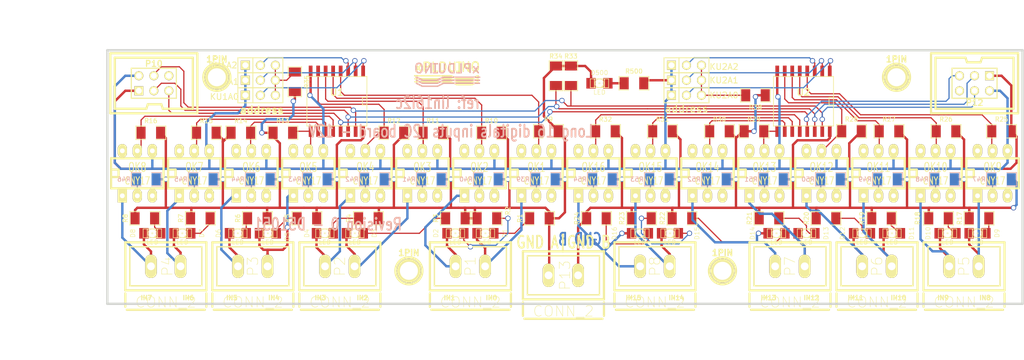
<source format=kicad_pcb>
(kicad_pcb (version 3) (host pcbnew "(2012-nov-02)-testing")
  (title_block (title "LONG 16 Digital Inputs I2C board") (rev 0) (company "XPLDUINO project") (comment 1 "GNU GPL v2") (comment 2 "Domotic Open Source "))
  (layers (15 Dessus signal) (0 Dessous signal))
  (net 0 "")
  (net 1 +5V)
  (net 2 //INT)
  (net 3 /CMD0)
  (net 4 /CMD1)
  (net 5 /CMD10)
  (net 6 /CMD11)
  (net 7 /CMD12)
  (net 8 /CMD13)
  (net 9 /CMD14)
  (net 10 /CMD15)
  (net 11 /CMD2)
  (net 12 /CMD3)
  (net 13 /CMD4)
  (net 14 /CMD5)
  (net 15 /CMD6)
  (net 16 /CMD7)
  (net 17 /CMD8)
  (net 18 /CMD9)
  (net 19 /IN0)
  (net 20 /IN1)
  (net 21 /IN10)
  (net 22 /IN11)
  (net 23 /IN12)
  (net 24 /IN13)
  (net 25 /IN14)
  (net 26 /IN15)
  (net 27 /IN2)
  (net 28 /IN3)
  (net 29 /IN4)
  (net 30 /IN5)
  (net 31 /IN6)
  (net 32 /IN7)
  (net 33 /IN8)
  (net 34 /IN9)
  (net 35 /SCL)
  (net 36 /SDA)
  (net 37 DGND)
  (net 38 GND)
  (net 39 N-000002)
  (net 40 N-000006)
  (net 41 N-000009)
  (net 42 N-000011)
  (net 43 N-000014)
  (net 44 N-000018)
  (net 45 N-000021)
  (net 46 N-000025)
  (net 47 N-000029)
  (net 48 N-000036)
  (net 49 N-000037)
  (net 50 N-000038)
  (net 51 N-000043)
  (net 52 N-000048)
  (net 53 N-000050)
  (net 54 N-000054)
  (net 55 N-000056)
  (net 56 N-000061)
  (net 57 N-000069)
  (net 58 N-000075)
  (net 59 N-000078)
  (net 60 N-000081)
  (net 61 N-000085)
  (net 62 N-000088)
  (net 63 N-000091)
  (net 64 N-000093)
  (net 65 N-000094)
  (net 66 N-000095)
  (net 67 N-000096)
  (net 68 N-000097)
  (net 69 N-000098)
  (net 70 N-000099)
  (net 71 N-000100)
  (net 72 N-000101)
  (net 73 N-000102)
  (net 74 N-000103)
  (net 75 N-000105)
  (net 76 N-000106)
  (net 77 N-000107)
  (net 78 N-000108)
  (net 79 N-000111)
  (module PIN_ARRAY_3X1 (layer Dessus) (at 173.482 121.412)
    (fp_text reference KU2A0)
    (fp_text value CONN_3 hide)
    (pad 1 thru_hole rect (at -2.54 0) (size 1.524 1.524) (drill 1.016) (layers *.Cu *.Mask Dessus.SilkS) (net 37 DGND))
    (pad 2 thru_hole circle (at 0 0) (size 1.524 1.524) (drill 1.016) (layers *.Cu *.Mask Dessus.SilkS) (net 49 N-000037))
    (pad 3 thru_hole circle (at 2.54 0) (size 1.524 1.524) (drill 1.016) (layers *.Cu *.Mask Dessus.SilkS) (net 77 N-000107))
  )
  (module PIN_ARRAY_3X1 (layer Dessus) (at 173.482 118.872)
    (fp_text reference KU2A1)
    (fp_text value CONN_3 hide)
    (pad 1 thru_hole rect (at -2.54 0) (size 1.524 1.524) (drill 1.016) (layers *.Cu *.Mask Dessus.SilkS) (net 37 DGND))
    (pad 2 thru_hole circle (at 0 0) (size 1.524 1.524) (drill 1.016) (layers *.Cu *.Mask Dessus.SilkS) (net 72 N-000101))
    (pad 3 thru_hole circle (at 2.54 0) (size 1.524 1.524) (drill 1.016) (layers *.Cu *.Mask Dessus.SilkS) (net 77 N-000107))
  )
  (module PIN_ARRAY_3X1 (layer Dessus) (at 173.482 116.332)
    (fp_text reference KU2A2)
    (fp_text value CONN_3 hide)
    (pad 1 thru_hole rect (at -2.54 0) (size 1.524 1.524) (drill 1.016) (layers *.Cu *.Mask Dessus.SilkS) (net 37 DGND))
    (pad 2 thru_hole circle (at 0 0) (size 1.524 1.524) (drill 1.016) (layers *.Cu *.Mask Dessus.SilkS) (net 50 N-000038))
    (pad 3 thru_hole circle (at 2.54 0) (size 1.524 1.524) (drill 1.016) (layers *.Cu *.Mask Dessus.SilkS) (net 77 N-000107))
  )
  (module SM1206 (layer Dessus) (at 185.166 121.412 180)
    (fp_text reference R38)
    (fp_text value R hide)
    (pad 1 smd rect (at -1.651 0 180) (size 1.524 2.032) (layers Dessus Dessus.Pate Dessus.Masque) (net 1 +5V))
    (pad 2 smd rect (at 1.651 0 180) (size 1.524 2.032) (layers Dessus Dessus.Pate Dessus.Masque) (net 77 N-000107))
  )
  (module DIP-6__300_ELL (layer Dessus) (at 157.734 134.62)
    (fp_text reference OK16)
    (fp_text value CNY17)
    (pad 1 thru_hole rect (at -2.54 3.81) (size 1.5748 2.286) (drill 0.8128) (layers *.Cu *.Mask Dessus.SilkS) (net 26 /IN15))
    (pad 2 thru_hole oval (at 0 3.81) (size 1.5748 2.286) (drill 0.8128) (layers *.Cu *.Mask Dessus.SilkS) (net 68 N-000097))
    (pad 3 thru_hole oval (at 2.54 3.81) (size 1.5748 2.286) (drill 0.8128) (layers *.Cu *.Mask Dessus.SilkS))
    (pad 4 thru_hole oval (at 2.54 -3.81) (size 1.5748 2.286) (drill 0.8128) (layers *.Cu *.Mask Dessus.SilkS) (net 37 DGND))
    (pad 5 thru_hole oval (at 0 -3.81) (size 1.5748 2.286) (drill 0.8128) (layers *.Cu *.Mask Dessus.SilkS) (net 10 /CMD15))
    (pad 6 thru_hole oval (at -2.54 -3.81) (size 1.5748 2.286) (drill 0.8128) (layers *.Cu *.Mask Dessus.SilkS))
  )
  (module DIP-6__300_ELL (layer Dessus) (at 167.386 134.62)
    (fp_text reference OK15)
    (fp_text value CNY17)
    (pad 1 thru_hole rect (at -2.54 3.81) (size 1.5748 2.286) (drill 0.8128) (layers *.Cu *.Mask Dessus.SilkS) (net 25 /IN14))
    (pad 2 thru_hole oval (at 0 3.81) (size 1.5748 2.286) (drill 0.8128) (layers *.Cu *.Mask Dessus.SilkS) (net 44 N-000018))
    (pad 3 thru_hole oval (at 2.54 3.81) (size 1.5748 2.286) (drill 0.8128) (layers *.Cu *.Mask Dessus.SilkS))
    (pad 4 thru_hole oval (at 2.54 -3.81) (size 1.5748 2.286) (drill 0.8128) (layers *.Cu *.Mask Dessus.SilkS) (net 37 DGND))
    (pad 5 thru_hole oval (at 0 -3.81) (size 1.5748 2.286) (drill 0.8128) (layers *.Cu *.Mask Dessus.SilkS) (net 9 /CMD14))
    (pad 6 thru_hole oval (at -2.54 -3.81) (size 1.5748 2.286) (drill 0.8128) (layers *.Cu *.Mask Dessus.SilkS))
  )
  (module DIP-6__300_ELL (layer Dessus) (at 177.038 134.62)
    (fp_text reference OK14)
    (fp_text value CNY17)
    (pad 1 thru_hole rect (at -2.54 3.81) (size 1.5748 2.286) (drill 0.8128) (layers *.Cu *.Mask Dessus.SilkS) (net 24 /IN13))
    (pad 2 thru_hole oval (at 0 3.81) (size 1.5748 2.286) (drill 0.8128) (layers *.Cu *.Mask Dessus.SilkS) (net 58 N-000075))
    (pad 3 thru_hole oval (at 2.54 3.81) (size 1.5748 2.286) (drill 0.8128) (layers *.Cu *.Mask Dessus.SilkS))
    (pad 4 thru_hole oval (at 2.54 -3.81) (size 1.5748 2.286) (drill 0.8128) (layers *.Cu *.Mask Dessus.SilkS) (net 37 DGND))
    (pad 5 thru_hole oval (at 0 -3.81) (size 1.5748 2.286) (drill 0.8128) (layers *.Cu *.Mask Dessus.SilkS) (net 8 /CMD13))
    (pad 6 thru_hole oval (at -2.54 -3.81) (size 1.5748 2.286) (drill 0.8128) (layers *.Cu *.Mask Dessus.SilkS))
  )
  (module DIP-6__300_ELL (layer Dessus) (at 186.69 134.62)
    (fp_text reference OK13)
    (fp_text value CNY17)
    (pad 1 thru_hole rect (at -2.54 3.81) (size 1.5748 2.286) (drill 0.8128) (layers *.Cu *.Mask Dessus.SilkS) (net 23 /IN12))
    (pad 2 thru_hole oval (at 0 3.81) (size 1.5748 2.286) (drill 0.8128) (layers *.Cu *.Mask Dessus.SilkS) (net 64 N-000093))
    (pad 3 thru_hole oval (at 2.54 3.81) (size 1.5748 2.286) (drill 0.8128) (layers *.Cu *.Mask Dessus.SilkS))
    (pad 4 thru_hole oval (at 2.54 -3.81) (size 1.5748 2.286) (drill 0.8128) (layers *.Cu *.Mask Dessus.SilkS) (net 37 DGND))
    (pad 5 thru_hole oval (at 0 -3.81) (size 1.5748 2.286) (drill 0.8128) (layers *.Cu *.Mask Dessus.SilkS) (net 7 /CMD12))
    (pad 6 thru_hole oval (at -2.54 -3.81) (size 1.5748 2.286) (drill 0.8128) (layers *.Cu *.Mask Dessus.SilkS))
  )
  (module DIP-6__300_ELL (layer Dessus) (at 196.342 134.62)
    (fp_text reference OK12)
    (fp_text value CNY17)
    (pad 1 thru_hole rect (at -2.54 3.81) (size 1.5748 2.286) (drill 0.8128) (layers *.Cu *.Mask Dessus.SilkS) (net 22 /IN11))
    (pad 2 thru_hole oval (at 0 3.81) (size 1.5748 2.286) (drill 0.8128) (layers *.Cu *.Mask Dessus.SilkS) (net 40 N-000006))
    (pad 3 thru_hole oval (at 2.54 3.81) (size 1.5748 2.286) (drill 0.8128) (layers *.Cu *.Mask Dessus.SilkS))
    (pad 4 thru_hole oval (at 2.54 -3.81) (size 1.5748 2.286) (drill 0.8128) (layers *.Cu *.Mask Dessus.SilkS) (net 37 DGND))
    (pad 5 thru_hole oval (at 0 -3.81) (size 1.5748 2.286) (drill 0.8128) (layers *.Cu *.Mask Dessus.SilkS) (net 6 /CMD11))
    (pad 6 thru_hole oval (at -2.54 -3.81) (size 1.5748 2.286) (drill 0.8128) (layers *.Cu *.Mask Dessus.SilkS))
  )
  (module DIP-6__300_ELL (layer Dessus) (at 205.994 134.62)
    (fp_text reference OK11)
    (fp_text value CNY17)
    (pad 1 thru_hole rect (at -2.54 3.81) (size 1.5748 2.286) (drill 0.8128) (layers *.Cu *.Mask Dessus.SilkS) (net 21 /IN10))
    (pad 2 thru_hole oval (at 0 3.81) (size 1.5748 2.286) (drill 0.8128) (layers *.Cu *.Mask Dessus.SilkS) (net 69 N-000098))
    (pad 3 thru_hole oval (at 2.54 3.81) (size 1.5748 2.286) (drill 0.8128) (layers *.Cu *.Mask Dessus.SilkS))
    (pad 4 thru_hole oval (at 2.54 -3.81) (size 1.5748 2.286) (drill 0.8128) (layers *.Cu *.Mask Dessus.SilkS) (net 37 DGND))
    (pad 5 thru_hole oval (at 0 -3.81) (size 1.5748 2.286) (drill 0.8128) (layers *.Cu *.Mask Dessus.SilkS) (net 5 /CMD10))
    (pad 6 thru_hole oval (at -2.54 -3.81) (size 1.5748 2.286) (drill 0.8128) (layers *.Cu *.Mask Dessus.SilkS))
  )
  (module DIP-6__300_ELL (layer Dessus) (at 215.646 134.62)
    (fp_text reference OK10)
    (fp_text value CNY17)
    (pad 1 thru_hole rect (at -2.54 3.81) (size 1.5748 2.286) (drill 0.8128) (layers *.Cu *.Mask Dessus.SilkS) (net 34 /IN9))
    (pad 2 thru_hole oval (at 0 3.81) (size 1.5748 2.286) (drill 0.8128) (layers *.Cu *.Mask Dessus.SilkS) (net 67 N-000096))
    (pad 3 thru_hole oval (at 2.54 3.81) (size 1.5748 2.286) (drill 0.8128) (layers *.Cu *.Mask Dessus.SilkS))
    (pad 4 thru_hole oval (at 2.54 -3.81) (size 1.5748 2.286) (drill 0.8128) (layers *.Cu *.Mask Dessus.SilkS) (net 37 DGND))
    (pad 5 thru_hole oval (at 0 -3.81) (size 1.5748 2.286) (drill 0.8128) (layers *.Cu *.Mask Dessus.SilkS) (net 18 /CMD9))
    (pad 6 thru_hole oval (at -2.54 -3.81) (size 1.5748 2.286) (drill 0.8128) (layers *.Cu *.Mask Dessus.SilkS))
  )
  (module DIP-6__300_ELL (layer Dessus) (at 225.298 134.62)
    (fp_text reference OK9)
    (fp_text value CNY17)
    (pad 1 thru_hole rect (at -2.54 3.81) (size 1.5748 2.286) (drill 0.8128) (layers *.Cu *.Mask Dessus.SilkS) (net 33 /IN8))
    (pad 2 thru_hole oval (at 0 3.81) (size 1.5748 2.286) (drill 0.8128) (layers *.Cu *.Mask Dessus.SilkS) (net 42 N-000011))
    (pad 3 thru_hole oval (at 2.54 3.81) (size 1.5748 2.286) (drill 0.8128) (layers *.Cu *.Mask Dessus.SilkS))
    (pad 4 thru_hole oval (at 2.54 -3.81) (size 1.5748 2.286) (drill 0.8128) (layers *.Cu *.Mask Dessus.SilkS) (net 37 DGND))
    (pad 5 thru_hole oval (at 0 -3.81) (size 1.5748 2.286) (drill 0.8128) (layers *.Cu *.Mask Dessus.SilkS) (net 17 /CMD8))
    (pad 6 thru_hole oval (at -2.54 -3.81) (size 1.5748 2.286) (drill 0.8128) (layers *.Cu *.Mask Dessus.SilkS))
  )
  (module SM1206 (layer Dessus) (at 159.766 127.508 180)
    (fp_text reference R32)
    (fp_text value R hide)
    (pad 1 smd rect (at -1.651 0 180) (size 1.524 2.032) (layers Dessus Dessus.Pate Dessus.Masque) (net 1 +5V))
    (pad 2 smd rect (at 1.651 0 180) (size 1.524 2.032) (layers Dessus Dessus.Pate Dessus.Masque) (net 10 /CMD15))
  )
  (module SM1206 (layer Dessus) (at 169.418 127.508 180)
    (fp_text reference R31)
    (fp_text value R hide)
    (pad 1 smd rect (at -1.651 0 180) (size 1.524 2.032) (layers Dessus Dessus.Pate Dessus.Masque) (net 1 +5V))
    (pad 2 smd rect (at 1.651 0 180) (size 1.524 2.032) (layers Dessus Dessus.Pate Dessus.Masque) (net 9 /CMD14))
  )
  (module SM1206 (layer Dessus) (at 179.07 127.508 180)
    (fp_text reference R30)
    (fp_text value R hide)
    (pad 1 smd rect (at -1.651 0 180) (size 1.524 2.032) (layers Dessus Dessus.Pate Dessus.Masque) (net 1 +5V))
    (pad 2 smd rect (at 1.651 0 180) (size 1.524 2.032) (layers Dessus Dessus.Pate Dessus.Masque) (net 8 /CMD13))
  )
  (module SM1206 (layer Dessus) (at 184.912 127.508)
    (fp_text reference R29)
    (fp_text value R hide)
    (pad 1 smd rect (at -1.651 0) (size 1.524 2.032) (layers Dessus Dessus.Pate Dessus.Masque) (net 1 +5V))
    (pad 2 smd rect (at 1.651 0) (size 1.524 2.032) (layers Dessus Dessus.Pate Dessus.Masque) (net 7 /CMD12))
  )
  (module SM1206 (layer Dessus) (at 201.422 127.508 180)
    (fp_text reference R28)
    (fp_text value R hide)
    (pad 1 smd rect (at -1.651 0 180) (size 1.524 2.032) (layers Dessus Dessus.Pate Dessus.Masque) (net 1 +5V))
    (pad 2 smd rect (at 1.651 0 180) (size 1.524 2.032) (layers Dessus Dessus.Pate Dessus.Masque) (net 6 /CMD11))
  )
  (module SM1206 (layer Dessus) (at 207.772 127.508 180)
    (fp_text reference R27)
    (fp_text value R hide)
    (pad 1 smd rect (at -1.651 0 180) (size 1.524 2.032) (layers Dessus Dessus.Pate Dessus.Masque) (net 1 +5V))
    (pad 2 smd rect (at 1.651 0 180) (size 1.524 2.032) (layers Dessus Dessus.Pate Dessus.Masque) (net 5 /CMD10))
  )
  (module SM1206 (layer Dessus) (at 217.424 127.508 180)
    (fp_text reference R26)
    (fp_text value R hide)
    (pad 1 smd rect (at -1.651 0 180) (size 1.524 2.032) (layers Dessus Dessus.Pate Dessus.Masque) (net 1 +5V))
    (pad 2 smd rect (at 1.651 0 180) (size 1.524 2.032) (layers Dessus Dessus.Pate Dessus.Masque) (net 18 /CMD9))
  )
  (module SM1206 (layer Dessus) (at 226.822 127.508 180)
    (fp_text reference R25)
    (fp_text value R hide)
    (pad 1 smd rect (at -1.651 0 180) (size 1.524 2.032) (layers Dessus Dessus.Pate Dessus.Masque) (net 1 +5V))
    (pad 2 smd rect (at 1.651 0 180) (size 1.524 2.032) (layers Dessus Dessus.Pate Dessus.Masque) (net 17 /CMD8))
  )
  (module SM1206 (layer Dessus) (at 158.242 142.24 180)
    (fp_text reference R24)
    (fp_text value R hide)
    (pad 1 smd rect (at -1.651 0 180) (size 1.524 2.032) (layers Dessus Dessus.Pate Dessus.Masque) (net 46 N-000025))
    (pad 2 smd rect (at 1.651 0 180) (size 1.524 2.032) (layers Dessus Dessus.Pate Dessus.Masque) (net 38 GND))
  )
  (module SM1206 (layer Dessus) (at 165.862 142.24 180)
    (fp_text reference R23)
    (fp_text value R hide)
    (pad 1 smd rect (at -1.651 0 180) (size 1.524 2.032) (layers Dessus Dessus.Pate Dessus.Masque) (net 45 N-000021))
    (pad 2 smd rect (at 1.651 0 180) (size 1.524 2.032) (layers Dessus Dessus.Pate Dessus.Masque) (net 38 GND))
  )
  (module SM1206 (layer Dessus) (at 172.72 142.24 180)
    (fp_text reference R22)
    (fp_text value R hide)
    (pad 1 smd rect (at -1.651 0 180) (size 1.524 2.032) (layers Dessus Dessus.Pate Dessus.Masque) (net 59 N-000078))
    (pad 2 smd rect (at 1.651 0 180) (size 1.524 2.032) (layers Dessus Dessus.Pate Dessus.Masque) (net 38 GND))
  )
  (module SM1206 (layer Dessus) (at 187.452 142.24 180)
    (fp_text reference R21)
    (fp_text value R hide)
    (pad 1 smd rect (at -1.651 0 180) (size 1.524 2.032) (layers Dessus Dessus.Pate Dessus.Masque) (net 57 N-000069))
    (pad 2 smd rect (at 1.651 0 180) (size 1.524 2.032) (layers Dessus Dessus.Pate Dessus.Masque) (net 38 GND))
  )
  (module SM1206 (layer Dessus) (at 197.104 142.24 180)
    (fp_text reference R20)
    (fp_text value R hide)
    (pad 1 smd rect (at -1.651 0 180) (size 1.524 2.032) (layers Dessus Dessus.Pate Dessus.Masque) (net 41 N-000009))
    (pad 2 smd rect (at 1.651 0 180) (size 1.524 2.032) (layers Dessus Dessus.Pate Dessus.Masque) (net 38 GND))
  )
  (module SM1206 (layer Dessus) (at 206.502 142.24 180)
    (fp_text reference R19)
    (fp_text value R hide)
    (pad 1 smd rect (at -1.651 0 180) (size 1.524 2.032) (layers Dessus Dessus.Pate Dessus.Masque) (net 47 N-000029))
    (pad 2 smd rect (at 1.651 0 180) (size 1.524 2.032) (layers Dessus Dessus.Pate Dessus.Masque) (net 38 GND))
  )
  (module SM1206 (layer Dessus) (at 216.154 142.24 180)
    (fp_text reference R18)
    (fp_text value R hide)
    (pad 1 smd rect (at -1.651 0 180) (size 1.524 2.032) (layers Dessus Dessus.Pate Dessus.Masque) (net 39 N-000002))
    (pad 2 smd rect (at 1.651 0 180) (size 1.524 2.032) (layers Dessus Dessus.Pate Dessus.Masque) (net 38 GND))
  )
  (module SM1206 (layer Dessus) (at 223.012 142.24 180)
    (fp_text reference R17)
    (fp_text value R hide)
    (pad 1 smd rect (at -1.651 0 180) (size 1.524 2.032) (layers Dessus Dessus.Pate Dessus.Masque) (net 43 N-000014))
    (pad 2 smd rect (at 1.651 0 180) (size 1.524 2.032) (layers Dessus Dessus.Pate Dessus.Masque) (net 38 GND))
  )
  (module SM1206 (layer Dessus) (at 139.7 142.24 180)
    (fp_text reference R2)
    (fp_text value R hide)
    (pad 1 smd rect (at -1.651 0 180) (size 1.524 2.032) (layers Dessus Dessus.Pate Dessus.Masque) (net 54 N-000054))
    (pad 2 smd rect (at 1.651 0 180) (size 1.524 2.032) (layers Dessus Dessus.Pate Dessus.Masque) (net 38 GND))
  )
  (module SM1206 (layer Dessus) (at 148.59 142.24)
    (fp_text reference R1)
    (fp_text value R hide)
    (pad 1 smd rect (at -1.651 0) (size 1.524 2.032) (layers Dessus Dessus.Pate Dessus.Masque) (net 55 N-000056))
    (pad 2 smd rect (at 1.651 0) (size 1.524 2.032) (layers Dessus Dessus.Pate Dessus.Masque) (net 38 GND))
  )
  (module DIP-6__300_ELL (layer Dessus) (at 80.518 134.62)
    (fp_text reference OK8)
    (fp_text value CNY17)
    (pad 1 thru_hole rect (at -2.54 3.81) (size 1.5748 2.286) (drill 0.8128) (layers *.Cu *.Mask Dessus.SilkS) (net 32 /IN7))
    (pad 2 thru_hole oval (at 0 3.81) (size 1.5748 2.286) (drill 0.8128) (layers *.Cu *.Mask Dessus.SilkS) (net 61 N-000085))
    (pad 3 thru_hole oval (at 2.54 3.81) (size 1.5748 2.286) (drill 0.8128) (layers *.Cu *.Mask Dessus.SilkS))
    (pad 4 thru_hole oval (at 2.54 -3.81) (size 1.5748 2.286) (drill 0.8128) (layers *.Cu *.Mask Dessus.SilkS) (net 37 DGND))
    (pad 5 thru_hole oval (at 0 -3.81) (size 1.5748 2.286) (drill 0.8128) (layers *.Cu *.Mask Dessus.SilkS) (net 16 /CMD7))
    (pad 6 thru_hole oval (at -2.54 -3.81) (size 1.5748 2.286) (drill 0.8128) (layers *.Cu *.Mask Dessus.SilkS))
  )
  (module DIP-6__300_ELL (layer Dessus) (at 90.17 134.62)
    (fp_text reference OK7)
    (fp_text value CNY17)
    (pad 1 thru_hole rect (at -2.54 3.81) (size 1.5748 2.286) (drill 0.8128) (layers *.Cu *.Mask Dessus.SilkS) (net 31 /IN6))
    (pad 2 thru_hole oval (at 0 3.81) (size 1.5748 2.286) (drill 0.8128) (layers *.Cu *.Mask Dessus.SilkS) (net 65 N-000094))
    (pad 3 thru_hole oval (at 2.54 3.81) (size 1.5748 2.286) (drill 0.8128) (layers *.Cu *.Mask Dessus.SilkS))
    (pad 4 thru_hole oval (at 2.54 -3.81) (size 1.5748 2.286) (drill 0.8128) (layers *.Cu *.Mask Dessus.SilkS) (net 37 DGND))
    (pad 5 thru_hole oval (at 0 -3.81) (size 1.5748 2.286) (drill 0.8128) (layers *.Cu *.Mask Dessus.SilkS) (net 15 /CMD6))
    (pad 6 thru_hole oval (at -2.54 -3.81) (size 1.5748 2.286) (drill 0.8128) (layers *.Cu *.Mask Dessus.SilkS))
  )
  (module DIP-6__300_ELL (layer Dessus) (at 99.822 134.62)
    (fp_text reference OK6)
    (fp_text value CNY17)
    (pad 1 thru_hole rect (at -2.54 3.81) (size 1.5748 2.286) (drill 0.8128) (layers *.Cu *.Mask Dessus.SilkS) (net 30 /IN5))
    (pad 2 thru_hole oval (at 0 3.81) (size 1.5748 2.286) (drill 0.8128) (layers *.Cu *.Mask Dessus.SilkS) (net 66 N-000095))
    (pad 3 thru_hole oval (at 2.54 3.81) (size 1.5748 2.286) (drill 0.8128) (layers *.Cu *.Mask Dessus.SilkS))
    (pad 4 thru_hole oval (at 2.54 -3.81) (size 1.5748 2.286) (drill 0.8128) (layers *.Cu *.Mask Dessus.SilkS) (net 37 DGND))
    (pad 5 thru_hole oval (at 0 -3.81) (size 1.5748 2.286) (drill 0.8128) (layers *.Cu *.Mask Dessus.SilkS) (net 14 /CMD5))
    (pad 6 thru_hole oval (at -2.54 -3.81) (size 1.5748 2.286) (drill 0.8128) (layers *.Cu *.Mask Dessus.SilkS))
  )
  (module DIP-6__300_ELL (layer Dessus) (at 109.474 134.62)
    (fp_text reference OK5)
    (fp_text value CNY17)
    (pad 1 thru_hole rect (at -2.54 3.81) (size 1.5748 2.286) (drill 0.8128) (layers *.Cu *.Mask Dessus.SilkS) (net 29 /IN4))
    (pad 2 thru_hole oval (at 0 3.81) (size 1.5748 2.286) (drill 0.8128) (layers *.Cu *.Mask Dessus.SilkS) (net 62 N-000088))
    (pad 3 thru_hole oval (at 2.54 3.81) (size 1.5748 2.286) (drill 0.8128) (layers *.Cu *.Mask Dessus.SilkS))
    (pad 4 thru_hole oval (at 2.54 -3.81) (size 1.5748 2.286) (drill 0.8128) (layers *.Cu *.Mask Dessus.SilkS) (net 37 DGND))
    (pad 5 thru_hole oval (at 0 -3.81) (size 1.5748 2.286) (drill 0.8128) (layers *.Cu *.Mask Dessus.SilkS) (net 13 /CMD4))
    (pad 6 thru_hole oval (at -2.54 -3.81) (size 1.5748 2.286) (drill 0.8128) (layers *.Cu *.Mask Dessus.SilkS))
  )
  (module DIP-6__300_ELL (layer Dessus) (at 119.126 134.62)
    (fp_text reference OK4)
    (fp_text value CNY17)
    (pad 1 thru_hole rect (at -2.54 3.81) (size 1.5748 2.286) (drill 0.8128) (layers *.Cu *.Mask Dessus.SilkS) (net 28 /IN3))
    (pad 2 thru_hole oval (at 0 3.81) (size 1.5748 2.286) (drill 0.8128) (layers *.Cu *.Mask Dessus.SilkS) (net 76 N-000106))
    (pad 3 thru_hole oval (at 2.54 3.81) (size 1.5748 2.286) (drill 0.8128) (layers *.Cu *.Mask Dessus.SilkS))
    (pad 4 thru_hole oval (at 2.54 -3.81) (size 1.5748 2.286) (drill 0.8128) (layers *.Cu *.Mask Dessus.SilkS) (net 37 DGND))
    (pad 5 thru_hole oval (at 0 -3.81) (size 1.5748 2.286) (drill 0.8128) (layers *.Cu *.Mask Dessus.SilkS) (net 12 /CMD3))
    (pad 6 thru_hole oval (at -2.54 -3.81) (size 1.5748 2.286) (drill 0.8128) (layers *.Cu *.Mask Dessus.SilkS))
  )
  (module DIP-6__300_ELL (layer Dessus) (at 128.778 134.62)
    (fp_text reference OK3)
    (fp_text value CNY17)
    (pad 1 thru_hole rect (at -2.54 3.81) (size 1.5748 2.286) (drill 0.8128) (layers *.Cu *.Mask Dessus.SilkS) (net 27 /IN2))
    (pad 2 thru_hole oval (at 0 3.81) (size 1.5748 2.286) (drill 0.8128) (layers *.Cu *.Mask Dessus.SilkS) (net 70 N-000099))
    (pad 3 thru_hole oval (at 2.54 3.81) (size 1.5748 2.286) (drill 0.8128) (layers *.Cu *.Mask Dessus.SilkS))
    (pad 4 thru_hole oval (at 2.54 -3.81) (size 1.5748 2.286) (drill 0.8128) (layers *.Cu *.Mask Dessus.SilkS) (net 37 DGND))
    (pad 5 thru_hole oval (at 0 -3.81) (size 1.5748 2.286) (drill 0.8128) (layers *.Cu *.Mask Dessus.SilkS) (net 11 /CMD2))
    (pad 6 thru_hole oval (at -2.54 -3.81) (size 1.5748 2.286) (drill 0.8128) (layers *.Cu *.Mask Dessus.SilkS))
  )
  (module DIP-6__300_ELL (layer Dessus) (at 138.43 134.62)
    (fp_text reference OK2)
    (fp_text value CNY17)
    (pad 1 thru_hole rect (at -2.54 3.81) (size 1.5748 2.286) (drill 0.8128) (layers *.Cu *.Mask Dessus.SilkS) (net 20 /IN1))
    (pad 2 thru_hole oval (at 0 3.81) (size 1.5748 2.286) (drill 0.8128) (layers *.Cu *.Mask Dessus.SilkS) (net 71 N-000100))
    (pad 3 thru_hole oval (at 2.54 3.81) (size 1.5748 2.286) (drill 0.8128) (layers *.Cu *.Mask Dessus.SilkS))
    (pad 4 thru_hole oval (at 2.54 -3.81) (size 1.5748 2.286) (drill 0.8128) (layers *.Cu *.Mask Dessus.SilkS) (net 37 DGND))
    (pad 5 thru_hole oval (at 0 -3.81) (size 1.5748 2.286) (drill 0.8128) (layers *.Cu *.Mask Dessus.SilkS) (net 4 /CMD1))
    (pad 6 thru_hole oval (at -2.54 -3.81) (size 1.5748 2.286) (drill 0.8128) (layers *.Cu *.Mask Dessus.SilkS))
  )
  (module DIP-6__300_ELL (layer Dessus) (at 148.082 134.62)
    (fp_text reference OK1)
    (fp_text value CNY17)
    (pad 1 thru_hole rect (at -2.54 3.81) (size 1.5748 2.286) (drill 0.8128) (layers *.Cu *.Mask Dessus.SilkS) (net 19 /IN0))
    (pad 2 thru_hole oval (at 0 3.81) (size 1.5748 2.286) (drill 0.8128) (layers *.Cu *.Mask Dessus.SilkS) (net 78 N-000108))
    (pad 3 thru_hole oval (at 2.54 3.81) (size 1.5748 2.286) (drill 0.8128) (layers *.Cu *.Mask Dessus.SilkS))
    (pad 4 thru_hole oval (at 2.54 -3.81) (size 1.5748 2.286) (drill 0.8128) (layers *.Cu *.Mask Dessus.SilkS) (net 37 DGND))
    (pad 5 thru_hole oval (at 0 -3.81) (size 1.5748 2.286) (drill 0.8128) (layers *.Cu *.Mask Dessus.SilkS) (net 3 /CMD0))
    (pad 6 thru_hole oval (at -2.54 -3.81) (size 1.5748 2.286) (drill 0.8128) (layers *.Cu *.Mask Dessus.SilkS))
  )
  (module SM1206 (layer Dessus) (at 134.366 142.24)
    (fp_text reference R3)
    (fp_text value R hide)
    (pad 1 smd rect (at -1.651 0) (size 1.524 2.032) (layers Dessus Dessus.Pate Dessus.Masque) (net 51 N-000043))
    (pad 2 smd rect (at 1.651 0) (size 1.524 2.032) (layers Dessus Dessus.Pate Dessus.Masque) (net 38 GND))
  )
  (module SM1206 (layer Dessus) (at 119.634 142.24)
    (fp_text reference R4)
    (fp_text value R hide)
    (pad 1 smd rect (at -1.651 0) (size 1.524 2.032) (layers Dessus Dessus.Pate Dessus.Masque) (net 56 N-000061))
    (pad 2 smd rect (at 1.651 0) (size 1.524 2.032) (layers Dessus Dessus.Pate Dessus.Masque) (net 38 GND))
  )
  (module SM1206 (layer Dessus) (at 109.22 142.24)
    (fp_text reference R5)
    (fp_text value R hide)
    (pad 1 smd rect (at -1.651 0) (size 1.524 2.032) (layers Dessus Dessus.Pate Dessus.Masque) (net 63 N-000091))
    (pad 2 smd rect (at 1.651 0) (size 1.524 2.032) (layers Dessus Dessus.Pate Dessus.Masque) (net 38 GND))
  )
  (module SM1206 (layer Dessus) (at 100.838 142.24)
    (fp_text reference R6)
    (fp_text value R hide)
    (pad 1 smd rect (at -1.651 0) (size 1.524 2.032) (layers Dessus Dessus.Pate Dessus.Masque) (net 60 N-000081))
    (pad 2 smd rect (at 1.651 0) (size 1.524 2.032) (layers Dessus Dessus.Pate Dessus.Masque) (net 38 GND))
  )
  (module SM1206 (layer Dessus) (at 91.186 142.24 180)
    (fp_text reference R7)
    (fp_text value R hide)
    (pad 1 smd rect (at -1.651 0 180) (size 1.524 2.032) (layers Dessus Dessus.Pate Dessus.Masque) (net 53 N-000050))
    (pad 2 smd rect (at 1.651 0 180) (size 1.524 2.032) (layers Dessus Dessus.Pate Dessus.Masque) (net 38 GND))
  )
  (module SM1206 (layer Dessus) (at 81.788 142.24 180)
    (fp_text reference R8)
    (fp_text value R hide)
    (pad 1 smd rect (at -1.651 0 180) (size 1.524 2.032) (layers Dessus Dessus.Pate Dessus.Masque) (net 52 N-000048))
    (pad 2 smd rect (at 1.651 0 180) (size 1.524 2.032) (layers Dessus Dessus.Pate Dessus.Masque) (net 38 GND))
  )
  (module SM1206 (layer Dessus) (at 150.114 127.508 180)
    (fp_text reference R9)
    (fp_text value R hide)
    (pad 1 smd rect (at -1.651 0 180) (size 1.524 2.032) (layers Dessus Dessus.Pate Dessus.Masque) (net 1 +5V))
    (pad 2 smd rect (at 1.651 0 180) (size 1.524 2.032) (layers Dessus Dessus.Pate Dessus.Masque) (net 3 /CMD0))
  )
  (module SM1206 (layer Dessus) (at 140.462 127.762 180)
    (fp_text reference R10)
    (fp_text value R hide)
    (pad 1 smd rect (at -1.651 0 180) (size 1.524 2.032) (layers Dessus Dessus.Pate Dessus.Masque) (net 1 +5V))
    (pad 2 smd rect (at 1.651 0 180) (size 1.524 2.032) (layers Dessus Dessus.Pate Dessus.Masque) (net 4 /CMD1))
  )
  (module SM1206 (layer Dessus) (at 130.556 127.762 180)
    (fp_text reference R11)
    (fp_text value R hide)
    (pad 1 smd rect (at -1.651 0 180) (size 1.524 2.032) (layers Dessus Dessus.Pate Dessus.Masque) (net 1 +5V))
    (pad 2 smd rect (at 1.651 0 180) (size 1.524 2.032) (layers Dessus Dessus.Pate Dessus.Masque) (net 11 /CMD2))
  )
  (module SM1206 (layer Dessus) (at 123.952 127.762 180)
    (fp_text reference R12)
    (fp_text value R hide)
    (pad 1 smd rect (at -1.651 0 180) (size 1.524 2.032) (layers Dessus Dessus.Pate Dessus.Masque) (net 1 +5V))
    (pad 2 smd rect (at 1.651 0 180) (size 1.524 2.032) (layers Dessus Dessus.Pate Dessus.Masque) (net 12 /CMD3))
  )
  (module SM1206 (layer Dessus) (at 105.156 127.762)
    (fp_text reference R13)
    (fp_text value R hide)
    (pad 1 smd rect (at -1.651 0) (size 1.524 2.032) (layers Dessus Dessus.Pate Dessus.Masque) (net 1 +5V))
    (pad 2 smd rect (at 1.651 0) (size 1.524 2.032) (layers Dessus Dessus.Pate Dessus.Masque) (net 13 /CMD4))
  )
  (module SM1206 (layer Dessus) (at 98.044 127.762)
    (fp_text reference R14)
    (fp_text value R hide)
    (pad 1 smd rect (at -1.651 0) (size 1.524 2.032) (layers Dessus Dessus.Pate Dessus.Masque) (net 1 +5V))
    (pad 2 smd rect (at 1.651 0) (size 1.524 2.032) (layers Dessus Dessus.Pate Dessus.Masque) (net 14 /CMD5))
  )
  (module SM1206 (layer Dessus) (at 92.202 127.762 180)
    (fp_text reference R15)
    (fp_text value R hide)
    (pad 1 smd rect (at -1.651 0 180) (size 1.524 2.032) (layers Dessus Dessus.Pate Dessus.Masque) (net 1 +5V))
    (pad 2 smd rect (at 1.651 0 180) (size 1.524 2.032) (layers Dessus Dessus.Pate Dessus.Masque) (net 15 /CMD6))
  )
  (module SM1206 (layer Dessus) (at 82.804 127.762 180)
    (fp_text reference R16)
    (fp_text value R hide)
    (pad 1 smd rect (at -1.651 0 180) (size 1.524 2.032) (layers Dessus Dessus.Pate Dessus.Masque) (net 1 +5V))
    (pad 2 smd rect (at 1.651 0 180) (size 1.524 2.032) (layers Dessus Dessus.Pate Dessus.Masque) (net 16 /CMD7))
  )
  (module LED-1206 (layer Dessus) (at 102.616 144.78)
    (fp_text reference D5)
    (fp_text value LED)
    (pad 1 smd rect (at -1.41986 0) (size 1.59766 1.80086) (layers Dessus Dessus.Pate Dessus.Masque) (net 29 /IN4))
    (pad 2 smd rect (at 1.41986 0) (size 1.59766 1.80086) (layers Dessus Dessus.Pate Dessus.Masque) (net 63 N-000091))
  )
  (module LED-1206 (layer Dessus) (at 97.536 144.78)
    (fp_text reference D6)
    (fp_text value LED)
    (pad 1 smd rect (at -1.41986 0) (size 1.59766 1.80086) (layers Dessus Dessus.Pate Dessus.Masque) (net 30 /IN5))
    (pad 2 smd rect (at 1.41986 0) (size 1.59766 1.80086) (layers Dessus Dessus.Pate Dessus.Masque) (net 60 N-000081))
  )
  (module LED-1206 (layer Dessus) (at 88.138 144.78)
    (fp_text reference D7)
    (fp_text value LED)
    (pad 1 smd rect (at -1.41986 0) (size 1.59766 1.80086) (layers Dessus Dessus.Pate Dessus.Masque) (net 31 /IN6))
    (pad 2 smd rect (at 1.41986 0) (size 1.59766 1.80086) (layers Dessus Dessus.Pate Dessus.Masque) (net 53 N-000050))
  )
  (module LED-1206 (layer Dessus) (at 83.058 144.78)
    (fp_text reference D8)
    (fp_text value LED)
    (pad 1 smd rect (at -1.41986 0) (size 1.59766 1.80086) (layers Dessus Dessus.Pate Dessus.Masque) (net 32 /IN7))
    (pad 2 smd rect (at 1.41986 0) (size 1.59766 1.80086) (layers Dessus Dessus.Pate Dessus.Masque) (net 52 N-000048))
  )
  (module MOL_CONN_2_VH (layer Dessus) (at 136.906 150.368)
    (fp_text reference P1)
    (fp_text value CONN_2)
    (pad 1 thru_hole oval (at -2.5146 0) (size 1.9812 3.9624) (drill 1.3208) (layers *.Cu Dessus.Pate Dessus.SilkS Dessus.Masque) (net 20 /IN1))
    (pad 2 thru_hole oval (at 2.4892 0) (size 1.9812 3.9624) (drill 1.3208) (layers *.Cu Dessus.Pate Dessus.SilkS Dessus.Masque) (net 19 /IN0))
  )
  (module MOL_CONN_2_VH (layer Dessus) (at 114.808 150.368)
    (fp_text reference P2)
    (fp_text value CONN_2)
    (pad 1 thru_hole oval (at -2.5146 0) (size 1.9812 3.9624) (drill 1.3208) (layers *.Cu Dessus.Pate Dessus.SilkS Dessus.Masque) (net 28 /IN3))
    (pad 2 thru_hole oval (at 2.4892 0) (size 1.9812 3.9624) (drill 1.3208) (layers *.Cu Dessus.Pate Dessus.SilkS Dessus.Masque) (net 27 /IN2))
  )
  (module MOL_CONN_2_VH (layer Dessus) (at 100.076 150.368)
    (fp_text reference P3)
    (fp_text value CONN_2)
    (pad 1 thru_hole oval (at -2.5146 0) (size 1.9812 3.9624) (drill 1.3208) (layers *.Cu Dessus.Pate Dessus.SilkS Dessus.Masque) (net 30 /IN5))
    (pad 2 thru_hole oval (at 2.4892 0) (size 1.9812 3.9624) (drill 1.3208) (layers *.Cu Dessus.Pate Dessus.SilkS Dessus.Masque) (net 29 /IN4))
  )
  (module MOL_CONN_2_VH (layer Dessus) (at 85.344 150.368)
    (fp_text reference P4)
    (fp_text value CONN_2)
    (pad 1 thru_hole oval (at -2.5146 0) (size 1.9812 3.9624) (drill 1.3208) (layers *.Cu Dessus.Pate Dessus.SilkS Dessus.Masque) (net 32 /IN7))
    (pad 2 thru_hole oval (at 2.4892 0) (size 1.9812 3.9624) (drill 1.3208) (layers *.Cu Dessus.Pate Dessus.SilkS Dessus.Masque) (net 31 /IN6))
  )
  (module MOL_CONN_2_VH (layer Dessus) (at 220.472 150.368)
    (fp_text reference P5)
    (fp_text value CONN_2)
    (pad 1 thru_hole oval (at -2.5146 0) (size 1.9812 3.9624) (drill 1.3208) (layers *.Cu Dessus.Pate Dessus.SilkS Dessus.Masque) (net 34 /IN9))
    (pad 2 thru_hole oval (at 2.4892 0) (size 1.9812 3.9624) (drill 1.3208) (layers *.Cu Dessus.Pate Dessus.SilkS Dessus.Masque) (net 33 /IN8))
  )
  (module MOL_CONN_2_VH (layer Dessus) (at 205.74 150.368)
    (fp_text reference P6)
    (fp_text value CONN_2)
    (pad 1 thru_hole oval (at -2.5146 0) (size 1.9812 3.9624) (drill 1.3208) (layers *.Cu Dessus.Pate Dessus.SilkS Dessus.Masque) (net 22 /IN11))
    (pad 2 thru_hole oval (at 2.4892 0) (size 1.9812 3.9624) (drill 1.3208) (layers *.Cu Dessus.Pate Dessus.SilkS Dessus.Masque) (net 21 /IN10))
  )
  (module MOL_CONN_2_VH (layer Dessus) (at 191.008 150.368)
    (fp_text reference P7)
    (fp_text value CONN_2)
    (pad 1 thru_hole oval (at -2.5146 0) (size 1.9812 3.9624) (drill 1.3208) (layers *.Cu Dessus.Pate Dessus.SilkS Dessus.Masque) (net 24 /IN13))
    (pad 2 thru_hole oval (at 2.4892 0) (size 1.9812 3.9624) (drill 1.3208) (layers *.Cu Dessus.Pate Dessus.SilkS Dessus.Masque) (net 23 /IN12))
  )
  (module MOL_CONN_2_VH (layer Dessus) (at 168.148 150.368)
    (fp_text reference P8)
    (fp_text value CONN_2)
    (pad 1 thru_hole oval (at -2.5146 0) (size 1.9812 3.9624) (drill 1.3208) (layers *.Cu Dessus.Pate Dessus.SilkS Dessus.Masque) (net 26 /IN15))
    (pad 2 thru_hole oval (at 2.4892 0) (size 1.9812 3.9624) (drill 1.3208) (layers *.Cu Dessus.Pate Dessus.SilkS Dessus.Masque) (net 25 /IN14))
  )
  (module LED-1206 (layer Dessus) (at 139.446 144.78)
    (fp_text reference D1)
    (fp_text value LED)
    (pad 1 smd rect (at -1.41986 0) (size 1.59766 1.80086) (layers Dessus Dessus.Pate Dessus.Masque) (net 19 /IN0))
    (pad 2 smd rect (at 1.41986 0) (size 1.59766 1.80086) (layers Dessus Dessus.Pate Dessus.Masque) (net 55 N-000056))
  )
  (module LED-1206 (layer Dessus) (at 134.366 144.78)
    (fp_text reference D2)
    (fp_text value LED)
    (pad 1 smd rect (at -1.41986 0) (size 1.59766 1.80086) (layers Dessus Dessus.Pate Dessus.Masque) (net 20 /IN1))
    (pad 2 smd rect (at 1.41986 0) (size 1.59766 1.80086) (layers Dessus Dessus.Pate Dessus.Masque) (net 54 N-000054))
  )
  (module LED-1206 (layer Dessus) (at 117.348 144.78)
    (fp_text reference D3)
    (fp_text value LED)
    (pad 1 smd rect (at -1.41986 0) (size 1.59766 1.80086) (layers Dessus Dessus.Pate Dessus.Masque) (net 27 /IN2))
    (pad 2 smd rect (at 1.41986 0) (size 1.59766 1.80086) (layers Dessus Dessus.Pate Dessus.Masque) (net 51 N-000043))
  )
  (module LED-1206 (layer Dessus) (at 112.268 144.78)
    (fp_text reference D4)
    (fp_text value LED)
    (pad 1 smd rect (at -1.41986 0) (size 1.59766 1.80086) (layers Dessus Dessus.Pate Dessus.Masque) (net 28 /IN3))
    (pad 2 smd rect (at 1.41986 0) (size 1.59766 1.80086) (layers Dessus Dessus.Pate Dessus.Masque) (net 56 N-000061))
  )
  (module LED-1206 (layer Dessus) (at 222.758 144.78)
    (fp_text reference D9)
    (fp_text value LED)
    (pad 1 smd rect (at -1.41986 0) (size 1.59766 1.80086) (layers Dessus Dessus.Pate Dessus.Masque) (net 33 /IN8))
    (pad 2 smd rect (at 1.41986 0) (size 1.59766 1.80086) (layers Dessus Dessus.Pate Dessus.Masque) (net 43 N-000014))
  )
  (module LED-1206 (layer Dessus) (at 217.678 144.78)
    (fp_text reference D10)
    (fp_text value LED)
    (pad 1 smd rect (at -1.41986 0) (size 1.59766 1.80086) (layers Dessus Dessus.Pate Dessus.Masque) (net 34 /IN9))
    (pad 2 smd rect (at 1.41986 0) (size 1.59766 1.80086) (layers Dessus Dessus.Pate Dessus.Masque) (net 39 N-000002))
  )
  (module LED-1206 (layer Dessus) (at 208.28 144.78)
    (fp_text reference D11)
    (fp_text value LED)
    (pad 1 smd rect (at -1.41986 0) (size 1.59766 1.80086) (layers Dessus Dessus.Pate Dessus.Masque) (net 21 /IN10))
    (pad 2 smd rect (at 1.41986 0) (size 1.59766 1.80086) (layers Dessus Dessus.Pate Dessus.Masque) (net 47 N-000029))
  )
  (module LED-1206 (layer Dessus) (at 203.2 144.78)
    (fp_text reference D12)
    (fp_text value LED)
    (pad 1 smd rect (at -1.41986 0) (size 1.59766 1.80086) (layers Dessus Dessus.Pate Dessus.Masque) (net 22 /IN11))
    (pad 2 smd rect (at 1.41986 0) (size 1.59766 1.80086) (layers Dessus Dessus.Pate Dessus.Masque) (net 41 N-000009))
  )
  (module LED-1206 (layer Dessus) (at 193.802 144.78)
    (fp_text reference D13)
    (fp_text value LED)
    (pad 1 smd rect (at -1.41986 0) (size 1.59766 1.80086) (layers Dessus Dessus.Pate Dessus.Masque) (net 23 /IN12))
    (pad 2 smd rect (at 1.41986 0) (size 1.59766 1.80086) (layers Dessus Dessus.Pate Dessus.Masque) (net 57 N-000069))
  )
  (module LED-1206 (layer Dessus) (at 188.722 144.78)
    (fp_text reference D14)
    (fp_text value LED)
    (pad 1 smd rect (at -1.41986 0) (size 1.59766 1.80086) (layers Dessus Dessus.Pate Dessus.Masque) (net 24 /IN13))
    (pad 2 smd rect (at 1.41986 0) (size 1.59766 1.80086) (layers Dessus Dessus.Pate Dessus.Masque) (net 59 N-000078))
  )
  (module LED-1206 (layer Dessus) (at 170.688 144.78)
    (fp_text reference D15)
    (fp_text value LED)
    (pad 1 smd rect (at -1.41986 0) (size 1.59766 1.80086) (layers Dessus Dessus.Pate Dessus.Masque) (net 25 /IN14))
    (pad 2 smd rect (at 1.41986 0) (size 1.59766 1.80086) (layers Dessus Dessus.Pate Dessus.Masque) (net 45 N-000021))
  )
  (module LED-1206 (layer Dessus) (at 165.608 144.78)
    (fp_text reference D16)
    (fp_text value LED)
    (pad 1 smd rect (at -1.41986 0) (size 1.59766 1.80086) (layers Dessus Dessus.Pate Dessus.Masque) (net 26 /IN15))
    (pad 2 smd rect (at 1.41986 0) (size 1.59766 1.80086) (layers Dessus Dessus.Pate Dessus.Masque) (net 46 N-000025))
  )
  (module SM1206 (layer Dessus) (at 153.924 118.11 270)
    (fp_text reference R33)
    (fp_text value R hide)
    (pad 1 smd rect (at -1.651 0 270) (size 1.524 2.032) (layers Dessus Dessus.Pate Dessus.Masque) (net 1 +5V))
    (pad 2 smd rect (at 1.651 0 270) (size 1.524 2.032) (layers Dessus Dessus.Pate Dessus.Masque) (net 36 /SDA))
  )
  (module SM1206 (layer Dessus) (at 151.384 118.11 270)
    (fp_text reference R34)
    (fp_text value R hide)
    (pad 1 smd rect (at -1.651 0 270) (size 1.524 2.032) (layers Dessus Dessus.Pate Dessus.Masque) (net 1 +5V))
    (pad 2 smd rect (at 1.651 0 270) (size 1.524 2.032) (layers Dessus Dessus.Pate Dessus.Masque) (net 35 /SCL))
  )
  (module HE10-6 (layer Dessus) (at 83.312 119.38)
    (fp_text reference P10)
    (fp_text value CONN_5 hide)
    (pad 1 thru_hole rect (at -2.54 1.27) (size 1.524 1.524) (drill 1.016) (layers *.Cu *.Mask Dessus.SilkS) (net 1 +5V))
    (pad 2 thru_hole circle (at -2.54 -1.27) (size 1.524 1.524) (drill 1.016) (layers *.Cu *.Mask Dessus.SilkS) (net 37 DGND))
    (pad 3 thru_hole circle (at 0 1.27) (size 1.524 1.524) (drill 1.016) (layers *.Cu *.Mask Dessus.SilkS) (net 35 /SCL))
    (pad 4 thru_hole circle (at 0 -1.27) (size 1.524 1.524) (drill 1.016) (layers *.Cu *.Mask Dessus.SilkS) (net 36 /SDA))
    (pad 5 thru_hole circle (at 2.54 1.27) (size 1.524 1.524) (drill 1.016) (layers *.Cu *.Mask Dessus.SilkS) (net 2 //INT))
    (pad 6 thru_hole circle (at 2.54 -1.27) (size 1.524 1.524) (drill 1.016) (layers *.Cu *.Mask Dessus.SilkS))
  )
  (module HE10-6 (layer Dessus) (at 222.25 119.38 180)
    (fp_text reference P12)
    (fp_text value CONN_5 hide)
    (pad 1 thru_hole rect (at -2.54 1.27 180) (size 1.524 1.524) (drill 1.016) (layers *.Cu *.Mask Dessus.SilkS) (net 1 +5V))
    (pad 2 thru_hole circle (at -2.54 -1.27 180) (size 1.524 1.524) (drill 1.016) (layers *.Cu *.Mask Dessus.SilkS) (net 37 DGND))
    (pad 3 thru_hole circle (at 0 1.27 180) (size 1.524 1.524) (drill 1.016) (layers *.Cu *.Mask Dessus.SilkS) (net 35 /SCL))
    (pad 4 thru_hole circle (at 0 -1.27 180) (size 1.524 1.524) (drill 1.016) (layers *.Cu *.Mask Dessus.SilkS) (net 36 /SDA))
    (pad 5 thru_hole circle (at 2.54 1.27 180) (size 1.524 1.524) (drill 1.016) (layers *.Cu *.Mask Dessus.SilkS) (net 2 //INT))
    (pad 6 thru_hole circle (at 2.54 -1.27 180) (size 1.524 1.524) (drill 1.016) (layers *.Cu *.Mask Dessus.SilkS))
  )
  (module MOL_CONN_2_VH (layer Dessus) (at 152.654 151.892)
    (fp_text reference P13)
    (fp_text value CONN_2)
    (pad 1 thru_hole oval (at -2.5146 0) (size 1.9812 3.9624) (drill 1.3208) (layers *.Cu Dessus.Pate Dessus.SilkS Dessus.Masque) (net 38 GND))
    (pad 2 thru_hole oval (at 2.4892 0) (size 1.9812 3.9624) (drill 1.3208) (layers *.Cu Dessus.Pate Dessus.SilkS Dessus.Masque) (net 38 GND))
  )
  (module PIN_ARRAY_3X1 (layer Dessus) (at 101.346 121.412)
    (fp_text reference KU1A0)
    (fp_text value CONN_3 hide)
    (pad 1 thru_hole rect (at -2.54 0) (size 1.524 1.524) (drill 1.016) (layers *.Cu *.Mask Dessus.SilkS) (net 37 DGND))
    (pad 2 thru_hole circle (at 0 0) (size 1.524 1.524) (drill 1.016) (layers *.Cu *.Mask Dessus.SilkS) (net 74 N-000103))
    (pad 3 thru_hole circle (at 2.54 0) (size 1.524 1.524) (drill 1.016) (layers *.Cu *.Mask Dessus.SilkS) (net 79 N-000111))
  )
  (module PIN_ARRAY_3X1 (layer Dessus) (at 101.346 118.872)
    (fp_text reference KU1A1)
    (fp_text value CONN_3 hide)
    (pad 1 thru_hole rect (at -2.54 0) (size 1.524 1.524) (drill 1.016) (layers *.Cu *.Mask Dessus.SilkS) (net 37 DGND))
    (pad 2 thru_hole circle (at 0 0) (size 1.524 1.524) (drill 1.016) (layers *.Cu *.Mask Dessus.SilkS) (net 48 N-000036))
    (pad 3 thru_hole circle (at 2.54 0) (size 1.524 1.524) (drill 1.016) (layers *.Cu *.Mask Dessus.SilkS) (net 79 N-000111))
  )
  (module PIN_ARRAY_3X1 (layer Dessus) (at 101.346 116.332)
    (fp_text reference KU1A2)
    (fp_text value CONN_3 hide)
    (pad 1 thru_hole rect (at -2.54 0) (size 1.524 1.524) (drill 1.016) (layers *.Cu *.Mask Dessus.SilkS) (net 37 DGND))
    (pad 2 thru_hole circle (at 0 0) (size 1.524 1.524) (drill 1.016) (layers *.Cu *.Mask Dessus.SilkS) (net 73 N-000102))
    (pad 3 thru_hole circle (at 2.54 0) (size 1.524 1.524) (drill 1.016) (layers *.Cu *.Mask Dessus.SilkS) (net 79 N-000111))
  )
  (module SM1206 (layer Dessus) (at 107.188 119.126 90)
    (fp_text reference R35)
    (fp_text value R hide)
    (pad 1 smd rect (at -1.651 0 90) (size 1.524 2.032) (layers Dessus Dessus.Pate Dessus.Masque) (net 1 +5V))
    (pad 2 smd rect (at 1.651 0 90) (size 1.524 2.032) (layers Dessus Dessus.Pate Dessus.Masque) (net 79 N-000111))
  )
  (module SO16L (layer Dessus) (at 114.3 122.428 180)
    (fp_text reference U1)
    (fp_text value PCF8574 hide)
    (pad 1 smd rect (at -4.445 5.08 180) (size 0.635 1.905) (layers Dessus Dessus.Pate Dessus.Masque) (net 74 N-000103))
    (pad 2 smd rect (at -3.175 5.08 180) (size 0.635 1.905) (layers Dessus Dessus.Pate Dessus.Masque) (net 48 N-000036))
    (pad 3 smd rect (at -1.905 5.08 180) (size 0.635 1.905) (layers Dessus Dessus.Pate Dessus.Masque) (net 73 N-000102))
    (pad 4 smd rect (at -0.635 5.08 180) (size 0.635 1.905) (layers Dessus Dessus.Pate Dessus.Masque) (net 3 /CMD0))
    (pad 5 smd rect (at 0.635 5.08 180) (size 0.635 1.905) (layers Dessus Dessus.Pate Dessus.Masque) (net 4 /CMD1))
    (pad 6 smd rect (at 1.905 5.08 180) (size 0.635 1.905) (layers Dessus Dessus.Pate Dessus.Masque) (net 11 /CMD2))
    (pad 7 smd rect (at 3.175 5.08 180) (size 0.635 1.905) (layers Dessus Dessus.Pate Dessus.Masque) (net 12 /CMD3))
    (pad 8 smd rect (at 4.445 5.08 180) (size 0.635 1.905) (layers Dessus Dessus.Pate Dessus.Masque) (net 37 DGND))
    (pad 9 smd rect (at 4.445 -5.08 180) (size 0.635 1.905) (layers Dessus Dessus.Pate Dessus.Masque) (net 13 /CMD4))
    (pad 10 smd rect (at 3.175 -5.08 180) (size 0.635 1.905) (layers Dessus Dessus.Pate Dessus.Masque) (net 14 /CMD5))
    (pad 11 smd rect (at 1.905 -5.08 180) (size 0.635 1.905) (layers Dessus Dessus.Pate Dessus.Masque) (net 15 /CMD6))
    (pad 12 smd rect (at 0.635 -5.08 180) (size 0.635 1.905) (layers Dessus Dessus.Pate Dessus.Masque) (net 16 /CMD7))
    (pad 13 smd rect (at -0.635 -5.08 180) (size 0.635 1.905) (layers Dessus Dessus.Pate Dessus.Masque) (net 2 //INT))
    (pad 14 smd rect (at -1.905 -5.08 180) (size 0.635 1.905) (layers Dessus Dessus.Pate Dessus.Masque) (net 35 /SCL))
    (pad 15 smd rect (at -3.175 -5.08 180) (size 0.635 1.905) (layers Dessus Dessus.Pate Dessus.Masque) (net 36 /SDA))
    (pad 16 smd rect (at -4.445 -5.08 180) (size 0.635 1.905) (layers Dessus Dessus.Pate Dessus.Masque) (net 1 +5V))
  )
  (module SO16L (layer Dessus) (at 193.294 122.428 180)
    (fp_text reference U2)
    (fp_text value PCF8574 hide)
    (pad 1 smd rect (at -4.445 5.08 180) (size 0.635 1.905) (layers Dessus Dessus.Pate Dessus.Masque) (net 49 N-000037))
    (pad 2 smd rect (at -3.175 5.08 180) (size 0.635 1.905) (layers Dessus Dessus.Pate Dessus.Masque) (net 72 N-000101))
    (pad 3 smd rect (at -1.905 5.08 180) (size 0.635 1.905) (layers Dessus Dessus.Pate Dessus.Masque) (net 50 N-000038))
    (pad 4 smd rect (at -0.635 5.08 180) (size 0.635 1.905) (layers Dessus Dessus.Pate Dessus.Masque) (net 17 /CMD8))
    (pad 5 smd rect (at 0.635 5.08 180) (size 0.635 1.905) (layers Dessus Dessus.Pate Dessus.Masque) (net 18 /CMD9))
    (pad 6 smd rect (at 1.905 5.08 180) (size 0.635 1.905) (layers Dessus Dessus.Pate Dessus.Masque) (net 5 /CMD10))
    (pad 7 smd rect (at 3.175 5.08 180) (size 0.635 1.905) (layers Dessus Dessus.Pate Dessus.Masque) (net 6 /CMD11))
    (pad 8 smd rect (at 4.445 5.08 180) (size 0.635 1.905) (layers Dessus Dessus.Pate Dessus.Masque) (net 37 DGND))
    (pad 9 smd rect (at 4.445 -5.08 180) (size 0.635 1.905) (layers Dessus Dessus.Pate Dessus.Masque) (net 7 /CMD12))
    (pad 10 smd rect (at 3.175 -5.08 180) (size 0.635 1.905) (layers Dessus Dessus.Pate Dessus.Masque) (net 8 /CMD13))
    (pad 11 smd rect (at 1.905 -5.08 180) (size 0.635 1.905) (layers Dessus Dessus.Pate Dessus.Masque) (net 9 /CMD14))
    (pad 12 smd rect (at 0.635 -5.08 180) (size 0.635 1.905) (layers Dessus Dessus.Pate Dessus.Masque) (net 10 /CMD15))
    (pad 13 smd rect (at -0.635 -5.08 180) (size 0.635 1.905) (layers Dessus Dessus.Pate Dessus.Masque) (net 2 //INT))
    (pad 14 smd rect (at -1.905 -5.08 180) (size 0.635 1.905) (layers Dessus Dessus.Pate Dessus.Masque) (net 35 /SCL))
    (pad 15 smd rect (at -3.175 -5.08 180) (size 0.635 1.905) (layers Dessus Dessus.Pate Dessus.Masque) (net 36 /SDA))
    (pad 16 smd rect (at -4.445 -5.08 180) (size 0.635 1.905) (layers Dessus Dessus.Pate Dessus.Masque) (net 1 +5V))
  )
  (module SM1206 (layer Dessous) (at 149.606 135.636)
    (fp_text reference R39)
    (fp_text value R hide)
    (pad 1 smd rect (at -1.651 0) (size 1.524 2.032) (layers Dessous Dessous.Pate Dessous.Masque) (net 78 N-000108))
    (pad 2 smd rect (at 1.651 0) (size 1.524 2.032) (layers Dessous Dessous.Pate Dessous.Masque) (net 38 GND))
  )
  (module SM1206 (layer Dessous) (at 139.954 135.636)
    (fp_text reference R40)
    (fp_text value R hide)
    (pad 1 smd rect (at -1.651 0) (size 1.524 2.032) (layers Dessous Dessous.Pate Dessous.Masque) (net 71 N-000100))
    (pad 2 smd rect (at 1.651 0) (size 1.524 2.032) (layers Dessous Dessous.Pate Dessous.Masque) (net 38 GND))
  )
  (module SM1206 (layer Dessous) (at 130.302 135.636)
    (fp_text reference R41)
    (fp_text value R hide)
    (pad 1 smd rect (at -1.651 0) (size 1.524 2.032) (layers Dessous Dessous.Pate Dessous.Masque) (net 70 N-000099))
    (pad 2 smd rect (at 1.651 0) (size 1.524 2.032) (layers Dessous Dessous.Pate Dessous.Masque) (net 38 GND))
  )
  (module SM1206 (layer Dessous) (at 120.65 135.636)
    (fp_text reference R42)
    (fp_text value R hide)
    (pad 1 smd rect (at -1.651 0) (size 1.524 2.032) (layers Dessous Dessous.Pate Dessous.Masque) (net 76 N-000106))
    (pad 2 smd rect (at 1.651 0) (size 1.524 2.032) (layers Dessous Dessous.Pate Dessous.Masque) (net 38 GND))
  )
  (module SM1206 (layer Dessous) (at 110.998 135.636)
    (fp_text reference R43)
    (fp_text value R hide)
    (pad 1 smd rect (at -1.651 0) (size 1.524 2.032) (layers Dessous Dessous.Pate Dessous.Masque) (net 62 N-000088))
    (pad 2 smd rect (at 1.651 0) (size 1.524 2.032) (layers Dessous Dessous.Pate Dessous.Masque) (net 38 GND))
  )
  (module SM1206 (layer Dessous) (at 101.346 135.636)
    (fp_text reference R44)
    (fp_text value R hide)
    (pad 1 smd rect (at -1.651 0) (size 1.524 2.032) (layers Dessous Dessous.Pate Dessous.Masque) (net 66 N-000095))
    (pad 2 smd rect (at 1.651 0) (size 1.524 2.032) (layers Dessous Dessous.Pate Dessous.Masque) (net 38 GND))
  )
  (module SM1206 (layer Dessous) (at 91.694 135.636)
    (fp_text reference R45)
    (fp_text value R hide)
    (pad 1 smd rect (at -1.651 0) (size 1.524 2.032) (layers Dessous Dessous.Pate Dessous.Masque) (net 65 N-000094))
    (pad 2 smd rect (at 1.651 0) (size 1.524 2.032) (layers Dessous Dessous.Pate Dessous.Masque) (net 38 GND))
  )
  (module SM1206 (layer Dessous) (at 82.042 135.636)
    (fp_text reference R46)
    (fp_text value R hide)
    (pad 1 smd rect (at -1.651 0) (size 1.524 2.032) (layers Dessous Dessous.Pate Dessous.Masque) (net 61 N-000085))
    (pad 2 smd rect (at 1.651 0) (size 1.524 2.032) (layers Dessous Dessous.Pate Dessous.Masque) (net 38 GND))
  )
  (module SM1206 (layer Dessous) (at 226.822 135.636)
    (fp_text reference R47)
    (fp_text value R hide)
    (pad 1 smd rect (at -1.651 0) (size 1.524 2.032) (layers Dessous Dessous.Pate Dessous.Masque) (net 42 N-000011))
    (pad 2 smd rect (at 1.651 0) (size 1.524 2.032) (layers Dessous Dessous.Pate Dessous.Masque) (net 38 GND))
  )
  (module SM1206 (layer Dessous) (at 217.17 135.636)
    (fp_text reference R48)
    (fp_text value R hide)
    (pad 1 smd rect (at -1.651 0) (size 1.524 2.032) (layers Dessous Dessous.Pate Dessous.Masque) (net 67 N-000096))
    (pad 2 smd rect (at 1.651 0) (size 1.524 2.032) (layers Dessous Dessous.Pate Dessous.Masque) (net 38 GND))
  )
  (module SM1206 (layer Dessous) (at 207.518 135.636)
    (fp_text reference R49)
    (fp_text value R hide)
    (pad 1 smd rect (at -1.651 0) (size 1.524 2.032) (layers Dessous Dessous.Pate Dessous.Masque) (net 69 N-000098))
    (pad 2 smd rect (at 1.651 0) (size 1.524 2.032) (layers Dessous Dessous.Pate Dessous.Masque) (net 38 GND))
  )
  (module SM1206 (layer Dessous) (at 197.866 135.636)
    (fp_text reference R50)
    (fp_text value R hide)
    (pad 1 smd rect (at -1.651 0) (size 1.524 2.032) (layers Dessous Dessous.Pate Dessous.Masque) (net 40 N-000006))
    (pad 2 smd rect (at 1.651 0) (size 1.524 2.032) (layers Dessous Dessous.Pate Dessous.Masque) (net 38 GND))
  )
  (module SM1206 (layer Dessous) (at 188.214 135.636)
    (fp_text reference R51)
    (fp_text value R hide)
    (pad 1 smd rect (at -1.651 0) (size 1.524 2.032) (layers Dessous Dessous.Pate Dessous.Masque) (net 64 N-000093))
    (pad 2 smd rect (at 1.651 0) (size 1.524 2.032) (layers Dessous Dessous.Pate Dessous.Masque) (net 38 GND))
  )
  (module SM1206 (layer Dessous) (at 178.562 135.636)
    (fp_text reference R52)
    (fp_text value R hide)
    (pad 1 smd rect (at -1.651 0) (size 1.524 2.032) (layers Dessous Dessous.Pate Dessous.Masque) (net 58 N-000075))
    (pad 2 smd rect (at 1.651 0) (size 1.524 2.032) (layers Dessous Dessous.Pate Dessous.Masque) (net 38 GND))
  )
  (module SM1206 (layer Dessous) (at 168.91 135.636)
    (fp_text reference R53)
    (fp_text value R hide)
    (pad 1 smd rect (at -1.651 0) (size 1.524 2.032) (layers Dessous Dessous.Pate Dessous.Masque) (net 44 N-000018))
    (pad 2 smd rect (at 1.651 0) (size 1.524 2.032) (layers Dessous Dessous.Pate Dessous.Masque) (net 38 GND))
  )
  (module SM1206 (layer Dessous) (at 159.258 135.636)
    (fp_text reference R54)
    (fp_text value R hide)
    (pad 1 smd rect (at -1.651 0) (size 1.524 2.032) (layers Dessous Dessous.Pate Dessous.Masque) (net 68 N-000097))
    (pad 2 smd rect (at 1.651 0) (size 1.524 2.032) (layers Dessous Dessous.Pate Dessous.Masque) (net 38 GND))
  )
  (module SM1206 (layer Dessus) (at 164.592 119.38)
    (fp_text reference R500)
    (fp_text value R hide)
    (pad 1 smd rect (at -1.651 0) (size 1.524 2.032) (layers Dessus Dessus.Pate Dessus.Masque) (net 75 N-000105))
    (pad 2 smd rect (at 1.651 0) (size 1.524 2.032) (layers Dessus Dessus.Pate Dessus.Masque) (net 37 DGND))
  )
  (module LED-1206 (layer Dessus) (at 158.75 119.38)
    (fp_text reference D500)
    (fp_text value LED)
    (pad 1 smd rect (at -1.41986 0) (size 1.59766 1.80086) (layers Dessus Dessus.Pate Dessus.Masque) (net 1 +5V))
    (pad 2 smd rect (at 1.41986 0) (size 1.59766 1.80086) (layers Dessus Dessus.Pate Dessus.Masque) (net 75 N-000105))
  )
  (module logo_xplduino (layer Dessus) (at 132.842 118.364)
    (fp_text reference logo_xplduino hide)
    (fp_text value VAL** hide)
  )
  (module logo_xplduino (layer Dessous) (at 133.096 118.618 180)
    (fp_text reference logo_xplduino hide)
    (fp_text value VAL** hide)
  )
  (module 1pin (layer Dessus) (at 93.98 118.364)
    (fp_text reference 1PIN)
    (fp_text value P*** hide)
    (pad 1 thru_hole circle (at 0 0) (size 4.064 4.064) (drill 3.048) (layers *.Cu *.Mask Dessus.SilkS))
  )
  (module 1pin (layer Dessus) (at 209.042 118.364)
    (fp_text reference 1PIN)
    (fp_text value P*** hide)
    (pad 1 thru_hole circle (at 0 0) (size 4.064 4.064) (drill 3.048) (layers *.Cu *.Mask Dessus.SilkS))
  )
  (module 1pin (layer Dessus) (at 179.578 151.13)
    (fp_text reference 1PIN)
    (fp_text value P*** hide)
    (pad 1 thru_hole circle (at 0 0) (size 4.064 4.064) (drill 3.048) (layers *.Cu *.Mask Dessus.SilkS))
  )
  (module 1pin (layer Dessus) (at 126.492 151.13)
    (fp_text reference 1PIN)
    (fp_text value P*** hide)
    (pad 1 thru_hole circle (at 0 0) (size 4.064 4.064) (drill 3.048) (layers *.Cu *.Mask Dessus.SilkS))
  )
  (gr_text "GND B" (at 155.448 145.796) (layer Dessous) (effects (font (size 2.032 1.524) (thickness 0.3048)) (justify mirror)))
  (segment (start 114.3 129.794) (end 114.3 133.858) (width 0.40386) (layer Dessus) (net 1))
  (segment (start 103.505 127.762) (end 101.6 127.762) (width 0.40386) (layer Dessus) (net 1))
  (segment (start 107.188 122.174) (end 107.188 120.777) (width 0.40386) (layer Dessus) (net 1))
  (segment (start 106.934 122.428) (end 107.188 122.174) (width 0.40386) (layer Dessus) (net 1))
  (via (at 106.934 122.428) (size 0.889) (layers Dessus Dessous) (net 1))
  (segment (start 106.934 124.714) (end 106.934 122.428) (width 0.40386) (layer Dessous) (net 1))
  (segment (start 106.172 125.476) (end 106.934 124.714) (width 0.40386) (layer Dessous) (net 1))
  (segment (start 102.362 125.476) (end 106.172 125.476) (width 0.40386) (layer Dessous) (net 1))
  (segment (start 101.6 126.238) (end 102.362 125.476) (width 0.40386) (layer Dessous) (net 1))
  (segment (start 114.808 133.858) (end 115.824 133.858) (width 0.40386) (layer Dessus) (net 1))
  (segment (start 220.472 133.858) (end 227.838 133.858) (width 0.40386) (layer Dessus) (net 1))
  (segment (start 153.67 133.858) (end 162.56 133.858) (width 0.40386) (layer Dessus) (net 1))
  (segment (start 103.505 127.762) (end 103.505 128.397) (width 0.40386) (layer Dessus) (net 1))
  (segment (start 96.012 133.858) (end 104.648 133.858) (width 0.40386) (layer Dessus) (net 1))
  (segment (start 191.516 133.858) (end 201.168 133.858) (width 0.40386) (layer Dessus) (net 1))
  (segment (start 152.908 128.651) (end 151.765 127.508) (width 0.40386) (layer Dessus) (net 1))
  (segment (start 95.504 133.858) (end 96.012 133.858) (width 0.40386) (layer Dessus) (net 1))
  (segment (start 80.772 120.65) (end 78.486 120.65) (width 0.40386) (layer Dessus) (net 1))
  (segment (start 142.113 127.762) (end 143.256 128.905) (width 0.40386) (layer Dessus) (net 1))
  (segment (start 143.256 128.905) (end 143.256 133.858) (width 0.40386) (layer Dessus) (net 1))
  (segment (start 132.207 127.762) (end 132.461 127.762) (width 0.40386) (layer Dessus) (net 1))
  (segment (start 133.477 128.778) (end 133.477 133.858) (width 0.40386) (layer Dessus) (net 1))
  (segment (start 132.461 127.762) (end 133.477 128.778) (width 0.40386) (layer Dessus) (net 1))
  (segment (start 123.952 133.858) (end 124.46 133.858) (width 0.40386) (layer Dessus) (net 1))
  (segment (start 94.996 133.858) (end 95.504 133.858) (width 0.40386) (layer Dessus) (net 1))
  (segment (start 162.56 133.858) (end 162.56 128.651) (width 0.40386) (layer Dessus) (net 1))
  (segment (start 153.924 116.459) (end 156.337 116.459) (width 0.40386) (layer Dessus) (net 1))
  (segment (start 105.918 133.858) (end 114.3 133.858) (width 0.40386) (layer Dessus) (net 1))
  (segment (start 183.261 127.508) (end 184.912 127.508) (width 0.40386) (layer Dessus) (net 1))
  (segment (start 94.996 129.286) (end 94.996 128.905) (width 0.40386) (layer Dessus) (net 1))
  (segment (start 181.864 128.651) (end 180.721 127.508) (width 0.40386) (layer Dessus) (net 1))
  (segment (start 85.344 128.651) (end 84.455 127.762) (width 0.40386) (layer Dessus) (net 1))
  (segment (start 172.466 133.858) (end 172.466 128.905) (width 0.40386) (layer Dessus) (net 1))
  (segment (start 94.996 133.858) (end 94.996 129.286) (width 0.40386) (layer Dessus) (net 1))
  (segment (start 94.996 128.905) (end 93.853 127.762) (width 0.40386) (layer Dessus) (net 1))
  (segment (start 183.261 127.508) (end 183.007 127.508) (width 0.40386) (layer Dessus) (net 1))
  (segment (start 229.362 128.397) (end 228.473 127.508) (width 0.40386) (layer Dessus) (net 1))
  (segment (start 125.603 128.143) (end 123.952 129.794) (width 0.40386) (layer Dessus) (net 1))
  (segment (start 152.908 133.858) (end 152.908 128.651) (width 0.40386) (layer Dessus) (net 1))
  (segment (start 85.344 133.858) (end 85.344 128.651) (width 0.40386) (layer Dessus) (net 1))
  (segment (start 229.362 132.842) (end 229.362 128.397) (width 0.40386) (layer Dessus) (net 1))
  (segment (start 125.984 133.858) (end 133.477 133.858) (width 0.40386) (layer Dessus) (net 1))
  (segment (start 114.3 133.858) (end 114.808 133.858) (width 0.40386) (layer Dessus) (net 1))
  (segment (start 104.648 133.858) (end 105.156 133.858) (width 0.40386) (layer Dessus) (net 1))
  (segment (start 149.352 124.968) (end 149.352 118.491) (width 0.40386) (layer Dessus) (net 1))
  (segment (start 133.477 133.858) (end 133.858 133.858) (width 0.40386) (layer Dessus) (net 1))
  (segment (start 96.393 127.762) (end 96.393 127.889) (width 0.40386) (layer Dessus) (net 1))
  (segment (start 181.864 133.858) (end 181.864 128.651) (width 0.40386) (layer Dessus) (net 1))
  (segment (start 191.516 129.794) (end 191.516 133.858) (width 0.40386) (layer Dessus) (net 1))
  (segment (start 151.765 127.381) (end 149.352 124.968) (width 0.40386) (layer Dessus) (net 1))
  (segment (start 96.393 127.889) (end 94.996 129.286) (width 0.40386) (layer Dessus) (net 1))
  (segment (start 123.952 129.794) (end 123.952 133.858) (width 0.40386) (layer Dessus) (net 1))
  (segment (start 201.041 129.54) (end 201.041 133.858) (width 0.40386) (layer Dessus) (net 1))
  (segment (start 76.708 132.842) (end 77.724 133.858) (width 0.40386) (layer Dessus) (net 1))
  (segment (start 201.168 133.858) (end 210.82 133.858) (width 0.40386) (layer Dessus) (net 1))
  (segment (start 115.824 133.858) (end 123.952 133.858) (width 0.40386) (layer Dessus) (net 1))
  (segment (start 228.473 127.508) (end 228.473 119.761) (width 0.40386) (layer Dessus) (net 1))
  (segment (start 103.505 128.397) (end 104.648 129.54) (width 0.40386) (layer Dessus) (net 1))
  (segment (start 181.864 133.858) (end 191.516 133.858) (width 0.40386) (layer Dessus) (net 1))
  (segment (start 118.745 127.508) (end 118.745 128.651) (width 0.40386) (layer Dessus) (net 1))
  (segment (start 210.82 133.858) (end 220.472 133.858) (width 0.40386) (layer Dessus) (net 1))
  (segment (start 203.073 127.508) (end 201.041 129.54) (width 0.40386) (layer Dessus) (net 1))
  (segment (start 220.472 133.858) (end 220.472 128.905) (width 0.40386) (layer Dessus) (net 1))
  (segment (start 162.56 133.858) (end 172.466 133.858) (width 0.40386) (layer Dessus) (net 1))
  (segment (start 228.473 119.761) (end 226.822 118.11) (width 0.40386) (layer Dessus) (net 1))
  (segment (start 124.46 133.858) (end 125.984 133.858) (width 0.40386) (layer Dessus) (net 1))
  (segment (start 172.466 128.905) (end 171.069 127.508) (width 0.40386) (layer Dessus) (net 1))
  (segment (start 118.745 128.651) (end 118.364 129.032) (width 0.40386) (layer Dessus) (net 1))
  (segment (start 118.364 129.032) (end 115.062 129.032) (width 0.40386) (layer Dessus) (net 1))
  (segment (start 115.062 129.032) (end 114.3 129.794) (width 0.40386) (layer Dessus) (net 1))
  (via (at 101.6 127.762) (size 0.889) (layers Dessus Dessous) (net 1))
  (segment (start 228.346 133.858) (end 229.362 132.842) (width 0.40386) (layer Dessus) (net 1))
  (segment (start 227.838 133.858) (end 228.346 133.858) (width 0.40386) (layer Dessus) (net 1))
  (segment (start 143.256 133.858) (end 143.764 133.858) (width 0.40386) (layer Dessus) (net 1))
  (segment (start 210.82 133.858) (end 210.82 128.905) (width 0.40386) (layer Dessus) (net 1))
  (segment (start 151.384 116.459) (end 153.924 116.459) (width 0.40386) (layer Dessus) (net 1))
  (segment (start 134.112 133.858) (end 135.89 133.858) (width 0.40386) (layer Dessus) (net 1))
  (segment (start 125.603 127.762) (end 125.603 128.143) (width 0.40386) (layer Dessus) (net 1))
  (via (at 184.912 127.508) (size 0.889) (layers Dessus Dessous) (net 1))
  (segment (start 184.912 127.508) (end 185.166 127.254) (width 0.40386) (layer Dessous) (net 1))
  (segment (start 185.166 127.254) (end 185.166 121.666) (width 0.40386) (layer Dessous) (net 1))
  (via (at 185.166 121.666) (size 0.889) (layers Dessus Dessous) (net 1))
  (segment (start 185.166 121.666) (end 185.42 121.412) (width 0.40386) (layer Dessus) (net 1))
  (segment (start 185.42 121.412) (end 186.817 121.412) (width 0.40386) (layer Dessus) (net 1))
  (segment (start 76.708 122.428) (end 76.708 132.842) (width 0.40386) (layer Dessus) (net 1))
  (segment (start 183.007 127.508) (end 181.864 128.651) (width 0.40386) (layer Dessus) (net 1))
  (segment (start 226.822 118.11) (end 224.79 118.11) (width 0.40386) (layer Dessus) (net 1))
  (segment (start 101.6 127.762) (end 101.6 126.238) (width 0.40386) (layer Dessous) (net 1))
  (segment (start 172.466 133.858) (end 181.864 133.858) (width 0.40386) (layer Dessus) (net 1))
  (segment (start 156.337 116.459) (end 157.33014 117.45214) (width 0.40386) (layer Dessus) (net 1))
  (segment (start 135.89 133.858) (end 143.256 133.858) (width 0.40386) (layer Dessus) (net 1))
  (segment (start 220.472 128.905) (end 219.075 127.508) (width 0.40386) (layer Dessus) (net 1))
  (segment (start 157.33014 117.45214) (end 157.33014 119.38) (width 0.40386) (layer Dessus) (net 1))
  (segment (start 197.739 127.508) (end 197.739 128.651) (width 0.40386) (layer Dessus) (net 1))
  (segment (start 151.765 127.508) (end 151.765 127.381) (width 0.40386) (layer Dessus) (net 1))
  (segment (start 133.858 133.858) (end 134.112 133.858) (width 0.40386) (layer Dessus) (net 1))
  (segment (start 104.648 129.54) (end 104.648 133.858) (width 0.40386) (layer Dessus) (net 1))
  (segment (start 105.156 133.858) (end 105.918 133.858) (width 0.40386) (layer Dessus) (net 1))
  (segment (start 85.344 133.858) (end 85.852 133.858) (width 0.40386) (layer Dessus) (net 1))
  (segment (start 77.724 133.858) (end 85.344 133.858) (width 0.40386) (layer Dessus) (net 1))
  (segment (start 149.352 118.491) (end 151.384 116.459) (width 0.40386) (layer Dessus) (net 1))
  (segment (start 201.041 133.858) (end 201.168 133.858) (width 0.40386) (layer Dessus) (net 1))
  (segment (start 192.278 129.032) (end 191.516 129.794) (width 0.40386) (layer Dessus) (net 1))
  (segment (start 197.739 128.651) (end 197.358 129.032) (width 0.40386) (layer Dessus) (net 1))
  (segment (start 85.852 133.858) (end 94.996 133.858) (width 0.40386) (layer Dessus) (net 1))
  (segment (start 162.56 128.651) (end 161.417 127.508) (width 0.40386) (layer Dessus) (net 1))
  (segment (start 143.764 133.858) (end 145.542 133.858) (width 0.40386) (layer Dessus) (net 1))
  (segment (start 197.358 129.032) (end 192.278 129.032) (width 0.40386) (layer Dessus) (net 1))
  (segment (start 210.82 128.905) (end 209.423 127.508) (width 0.40386) (layer Dessus) (net 1))
  (segment (start 145.542 133.858) (end 152.908 133.858) (width 0.40386) (layer Dessus) (net 1))
  (segment (start 78.486 120.65) (end 76.708 122.428) (width 0.40386) (layer Dessus) (net 1))
  (segment (start 152.908 133.858) (end 153.67 133.858) (width 0.40386) (layer Dessus) (net 1))
  (segment (start 193.802 125.476) (end 193.802 124.968) (width 0.2032) (layer Dessous) (net 2))
  (segment (start 193.929 125.476) (end 193.802 125.476) (width 0.2032) (layer Dessus) (net 2))
  (via (at 193.802 125.476) (size 0.889) (layers Dessus Dessous) (net 2))
  (segment (start 218.44 118.11) (end 219.71 118.11) (width 0.2032) (layer Dessous) (net 2))
  (segment (start 217.932 118.618) (end 218.44 118.11) (width 0.2032) (layer Dessous) (net 2))
  (segment (start 217.932 121.92) (end 217.932 118.618) (width 0.2032) (layer Dessous) (net 2))
  (segment (start 217.424 122.428) (end 217.932 121.92) (width 0.2032) (layer Dessous) (net 2))
  (segment (start 196.342 122.428) (end 217.424 122.428) (width 0.2032) (layer Dessous) (net 2))
  (segment (start 193.802 124.968) (end 196.342 122.428) (width 0.2032) (layer Dessous) (net 2))
  (segment (start 193.04 124.206) (end 150.749 124.206) (width 0.2032) (layer Dessus) (net 2))
  (segment (start 114.935 125.857) (end 114.935 125.603) (width 0.2032) (layer Dessus) (net 2))
  (segment (start 150.495 124.333) (end 150.622 124.333) (width 0.2032) (layer Dessus) (net 2))
  (segment (start 113.792 124.46) (end 114.935 125.603) (width 0.2032) (layer Dessus) (net 2))
  (segment (start 85.852 123.952) (end 86.36 124.46) (width 0.2032) (layer Dessus) (net 2))
  (segment (start 114.935 125.857) (end 114.935 125.984) (width 0.2032) (layer Dessus) (net 2))
  (segment (start 193.929 125.222) (end 193.929 125.095) (width 0.2032) (layer Dessus) (net 2))
  (segment (start 150.749 124.206) (end 150.368 124.206) (width 0.2032) (layer Dessus) (net 2))
  (segment (start 193.929 125.222) (end 193.929 124.587) (width 0.2032) (layer Dessus) (net 2))
  (segment (start 193.929 124.587) (end 193.548 124.206) (width 0.2032) (layer Dessus) (net 2))
  (segment (start 148.971 125.984) (end 150.368 124.587) (width 0.2032) (layer Dessous) (net 2))
  (segment (start 150.368 124.206) (end 150.368 124.587) (width 0.2032) (layer Dessous) (net 2))
  (segment (start 150.368 124.206) (end 150.495 124.333) (width 0.2032) (layer Dessus) (net 2))
  (via (at 150.368 124.206) (size 0.889) (layers Dessus Dessous) (net 2))
  (segment (start 148.971 125.984) (end 114.935 125.984) (width 0.2032) (layer Dessous) (net 2))
  (segment (start 193.548 124.206) (end 193.04 124.206) (width 0.2032) (layer Dessus) (net 2))
  (segment (start 193.929 125.476) (end 193.929 125.222) (width 0.2032) (layer Dessus) (net 2))
  (via (at 114.935 125.984) (size 0.889) (layers Dessus Dessous) (net 2))
  (segment (start 114.935 125.984) (end 114.935 127.508) (width 0.2032) (layer Dessus) (net 2))
  (segment (start 85.852 120.65) (end 85.852 123.952) (width 0.2032) (layer Dessus) (net 2))
  (segment (start 193.929 127.508) (end 193.929 125.476) (width 0.2032) (layer Dessus) (net 2))
  (segment (start 86.36 124.46) (end 113.792 124.46) (width 0.2032) (layer Dessus) (net 2))
  (segment (start 114.935 117.348) (end 114.935 120.777) (width 0.2032) (layer Dessus) (net 3))
  (segment (start 148.463 130.429) (end 148.082 130.81) (width 0.2032) (layer Dessus) (net 3))
  (segment (start 148.463 127.508) (end 148.463 130.429) (width 0.2032) (layer Dessus) (net 3))
  (segment (start 114.935 120.777) (end 115.57 121.412) (width 0.2032) (layer Dessus) (net 3))
  (segment (start 147.32 121.412) (end 148.463 122.555) (width 0.2032) (layer Dessus) (net 3))
  (segment (start 148.463 122.555) (end 148.463 127.508) (width 0.2032) (layer Dessus) (net 3))
  (segment (start 115.57 121.412) (end 147.32 121.412) (width 0.2032) (layer Dessus) (net 3))
  (segment (start 138.811 130.429) (end 138.43 130.81) (width 0.2032) (layer Dessus) (net 4))
  (segment (start 137.668 121.92) (end 138.811 123.063) (width 0.2032) (layer Dessus) (net 4))
  (segment (start 113.665 117.348) (end 113.665 121.285) (width 0.2032) (layer Dessus) (net 4))
  (segment (start 138.811 123.063) (end 138.811 127.762) (width 0.2032) (layer Dessus) (net 4))
  (segment (start 113.665 121.285) (end 114.3 121.92) (width 0.2032) (layer Dessus) (net 4))
  (segment (start 114.3 121.92) (end 137.668 121.92) (width 0.2032) (layer Dessus) (net 4))
  (segment (start 138.811 127.762) (end 138.811 130.429) (width 0.2032) (layer Dessus) (net 4))
  (segment (start 206.121 130.683) (end 205.994 130.81) (width 0.2032) (layer Dessus) (net 5))
  (segment (start 206.121 127.508) (end 206.121 130.683) (width 0.2032) (layer Dessus) (net 5))
  (segment (start 202.438 125.73) (end 205.486 125.73) (width 0.2032) (layer Dessus) (net 5))
  (segment (start 191.77 122.174) (end 198.882 122.174) (width 0.2032) (layer Dessus) (net 5))
  (segment (start 191.389 121.793) (end 191.77 122.174) (width 0.2032) (layer Dessus) (net 5))
  (segment (start 191.389 121.793) (end 191.389 117.348) (width 0.2032) (layer Dessus) (net 5))
  (segment (start 206.121 127.508) (end 206.121 126.365) (width 0.2032) (layer Dessus) (net 5))
  (segment (start 205.486 125.73) (end 206.121 126.365) (width 0.2032) (layer Dessus) (net 5))
  (segment (start 198.882 122.174) (end 200.406 123.698) (width 0.2032) (layer Dessus) (net 5))
  (segment (start 200.406 123.698) (end 202.438 125.73) (width 0.2032) (layer Dessus) (net 5))
  (segment (start 196.469 130.81) (end 199.771 127.508) (width 0.2032) (layer Dessus) (net 6))
  (segment (start 190.119 122.047) (end 190.754 122.682) (width 0.2032) (layer Dessus) (net 6))
  (segment (start 190.119 117.348) (end 190.119 122.047) (width 0.2032) (layer Dessus) (net 6))
  (segment (start 198.628 122.682) (end 199.771 123.825) (width 0.2032) (layer Dessus) (net 6))
  (segment (start 196.342 130.81) (end 196.469 130.81) (width 0.2032) (layer Dessus) (net 6))
  (segment (start 190.754 122.682) (end 198.628 122.682) (width 0.2032) (layer Dessus) (net 6))
  (segment (start 199.771 123.825) (end 199.771 127.508) (width 0.2032) (layer Dessus) (net 6))
  (segment (start 186.563 127.508) (end 186.563 130.683) (width 0.2032) (layer Dessus) (net 7))
  (segment (start 188.849 127.508) (end 186.563 127.508) (width 0.2032) (layer Dessus) (net 7))
  (segment (start 186.563 130.683) (end 186.69 130.81) (width 0.2032) (layer Dessus) (net 7))
  (segment (start 177.419 127.508) (end 177.419 130.429) (width 0.2032) (layer Dessus) (net 8))
  (segment (start 190.119 126.111) (end 189.738 125.73) (width 0.2032) (layer Dessus) (net 8))
  (segment (start 177.419 130.429) (end 177.038 130.81) (width 0.2032) (layer Dessus) (net 8))
  (segment (start 189.738 125.73) (end 177.8 125.73) (width 0.2032) (layer Dessus) (net 8))
  (segment (start 177.8 125.73) (end 177.419 126.111) (width 0.2032) (layer Dessus) (net 8))
  (segment (start 190.119 127.508) (end 190.119 126.111) (width 0.2032) (layer Dessus) (net 8))
  (segment (start 177.419 126.111) (end 177.419 127.508) (width 0.2032) (layer Dessus) (net 8))
  (segment (start 167.767 126.111) (end 167.767 127.508) (width 0.2032) (layer Dessus) (net 9))
  (segment (start 191.389 127.508) (end 191.389 125.857) (width 0.2032) (layer Dessus) (net 9))
  (segment (start 168.656 125.222) (end 167.767 126.111) (width 0.2032) (layer Dessus) (net 9))
  (segment (start 190.754 125.222) (end 168.656 125.222) (width 0.2032) (layer Dessus) (net 9))
  (segment (start 191.389 125.857) (end 190.754 125.222) (width 0.2032) (layer Dessus) (net 9))
  (segment (start 167.767 127.508) (end 167.767 130.429) (width 0.2032) (layer Dessus) (net 9))
  (segment (start 167.767 130.429) (end 167.386 130.81) (width 0.2032) (layer Dessus) (net 9))
  (segment (start 158.115 127.508) (end 158.115 130.429) (width 0.2032) (layer Dessus) (net 10))
  (segment (start 158.115 125.603) (end 158.115 127.508) (width 0.2032) (layer Dessus) (net 10))
  (segment (start 192.659 127.508) (end 192.659 125.603) (width 0.2032) (layer Dessus) (net 10))
  (segment (start 158.115 130.429) (end 157.734 130.81) (width 0.2032) (layer Dessus) (net 10))
  (segment (start 192.659 125.603) (end 191.77 124.714) (width 0.2032) (layer Dessus) (net 10))
  (segment (start 159.004 124.714) (end 158.115 125.603) (width 0.2032) (layer Dessus) (net 10))
  (segment (start 191.77 124.714) (end 159.004 124.714) (width 0.2032) (layer Dessus) (net 10))
  (segment (start 112.395 117.348) (end 112.395 122.047) (width 0.2032) (layer Dessus) (net 11))
  (segment (start 128.905 123.317) (end 128.905 127.762) (width 0.2032) (layer Dessus) (net 11))
  (segment (start 128.905 130.683) (end 128.778 130.81) (width 0.2032) (layer Dessus) (net 11))
  (segment (start 128.905 130.683) (end 128.778 130.81) (width 0.2032) (layer Dessus) (net 11))
  (segment (start 128.016 122.428) (end 128.905 123.317) (width 0.2032) (layer Dessus) (net 11))
  (segment (start 112.395 122.047) (end 112.776 122.428) (width 0.2032) (layer Dessus) (net 11))
  (segment (start 112.776 122.428) (end 128.016 122.428) (width 0.2032) (layer Dessus) (net 11))
  (segment (start 128.905 127.508) (end 128.905 130.683) (width 0.2032) (layer Dessus) (net 11))
  (segment (start 128.905 127.762) (end 128.905 130.683) (width 0.2032) (layer Dessus) (net 11))
  (segment (start 121.412 122.936) (end 122.301 123.825) (width 0.2032) (layer Dessus) (net 12))
  (segment (start 121.412 127.762) (end 119.126 130.048) (width 0.2032) (layer Dessus) (net 12))
  (segment (start 111.125 117.348) (end 111.125 122.555) (width 0.2032) (layer Dessus) (net 12))
  (segment (start 122.301 123.825) (end 122.301 127.762) (width 0.2032) (layer Dessus) (net 12))
  (segment (start 122.301 127.762) (end 121.412 127.762) (width 0.2032) (layer Dessus) (net 12))
  (segment (start 111.125 122.555) (end 111.506 122.936) (width 0.2032) (layer Dessus) (net 12))
  (segment (start 119.126 130.048) (end 119.126 130.81) (width 0.2032) (layer Dessus) (net 12))
  (segment (start 111.506 122.936) (end 121.412 122.936) (width 0.2032) (layer Dessus) (net 12))
  (segment (start 107.061 127.508) (end 106.807 127.762) (width 0.2032) (layer Dessus) (net 13))
  (segment (start 109.855 127.508) (end 107.061 127.508) (width 0.2032) (layer Dessus) (net 13))
  (segment (start 109.855 130.429) (end 109.474 130.81) (width 0.2032) (layer Dessus) (net 13))
  (segment (start 109.855 127.508) (end 109.855 130.429) (width 0.2032) (layer Dessus) (net 13))
  (segment (start 110.744 125.984) (end 100.33 125.984) (width 0.2032) (layer Dessus) (net 14))
  (segment (start 99.695 127.762) (end 99.695 130.683) (width 0.2032) (layer Dessus) (net 14))
  (segment (start 111.125 126.365) (end 110.744 125.984) (width 0.2032) (layer Dessus) (net 14))
  (segment (start 99.695 130.683) (end 99.822 130.81) (width 0.2032) (layer Dessus) (net 14))
  (segment (start 111.125 127.508) (end 111.125 126.365) (width 0.2032) (layer Dessus) (net 14))
  (segment (start 99.695 126.619) (end 99.695 127.762) (width 0.2032) (layer Dessus) (net 14))
  (segment (start 100.33 125.984) (end 99.695 126.619) (width 0.2032) (layer Dessus) (net 14))
  (segment (start 90.551 127.762) (end 90.551 130.429) (width 0.2032) (layer Dessus) (net 15))
  (segment (start 90.551 130.429) (end 90.17 130.81) (width 0.2032) (layer Dessus) (net 15))
  (segment (start 90.551 127.762) (end 90.551 126.111) (width 0.2032) (layer Dessus) (net 15))
  (segment (start 90.551 126.111) (end 91.186 125.476) (width 0.2032) (layer Dessus) (net 15))
  (segment (start 112.395 126.111) (end 112.395 127.508) (width 0.2032) (layer Dessus) (net 15))
  (segment (start 111.76 125.476) (end 112.395 126.111) (width 0.2032) (layer Dessus) (net 15))
  (segment (start 91.186 125.476) (end 111.76 125.476) (width 0.2032) (layer Dessus) (net 15))
  (segment (start 113.665 127.508) (end 113.665 125.603) (width 0.2032) (layer Dessus) (net 16))
  (segment (start 81.153 130.175) (end 80.518 130.81) (width 0.2032) (layer Dessus) (net 16))
  (segment (start 81.153 125.603) (end 81.153 127.762) (width 0.2032) (layer Dessus) (net 16))
  (segment (start 113.03 124.968) (end 81.788 124.968) (width 0.2032) (layer Dessus) (net 16))
  (segment (start 81.153 127.762) (end 81.153 130.175) (width 0.2032) (layer Dessus) (net 16))
  (segment (start 81.788 124.968) (end 81.153 125.603) (width 0.2032) (layer Dessus) (net 16))
  (segment (start 113.665 125.603) (end 113.03 124.968) (width 0.2032) (layer Dessus) (net 16))
  (segment (start 225.171 130.683) (end 225.298 130.81) (width 0.2032) (layer Dessus) (net 17))
  (segment (start 225.171 127.508) (end 225.171 130.683) (width 0.2032) (layer Dessus) (net 17))
  (segment (start 223.52 124.714) (end 225.171 126.365) (width 0.2032) (layer Dessus) (net 17))
  (segment (start 225.171 126.365) (end 225.171 127.508) (width 0.2032) (layer Dessus) (net 17))
  (segment (start 193.929 117.348) (end 193.929 120.523) (width 0.2032) (layer Dessus) (net 17))
  (segment (start 202.946 124.714) (end 216.154 124.714) (width 0.2032) (layer Dessus) (net 17))
  (segment (start 199.39 121.158) (end 202.946 124.714) (width 0.2032) (layer Dessus) (net 17))
  (segment (start 194.564 121.158) (end 199.39 121.158) (width 0.2032) (layer Dessus) (net 17))
  (segment (start 193.929 120.523) (end 194.564 121.158) (width 0.2032) (layer Dessus) (net 17))
  (segment (start 216.154 124.714) (end 223.52 124.714) (width 0.2032) (layer Dessus) (net 17))
  (segment (start 215.773 127.508) (end 215.773 130.683) (width 0.2032) (layer Dessus) (net 18))
  (segment (start 215.773 130.683) (end 215.646 130.81) (width 0.2032) (layer Dessus) (net 18))
  (segment (start 202.692 125.222) (end 214.884 125.222) (width 0.2032) (layer Dessus) (net 18))
  (segment (start 193.04 121.666) (end 199.136 121.666) (width 0.2032) (layer Dessus) (net 18))
  (segment (start 192.659 121.285) (end 193.04 121.666) (width 0.2032) (layer Dessus) (net 18))
  (segment (start 192.659 121.285) (end 192.659 117.348) (width 0.2032) (layer Dessus) (net 18))
  (segment (start 215.773 127.508) (end 215.773 126.111) (width 0.2032) (layer Dessus) (net 18))
  (segment (start 214.884 125.222) (end 215.773 126.111) (width 0.2032) (layer Dessus) (net 18))
  (segment (start 199.136 121.666) (end 201.168 123.698) (width 0.2032) (layer Dessus) (net 18))
  (segment (start 201.168 123.698) (end 202.692 125.222) (width 0.2032) (layer Dessus) (net 18))
  (segment (start 139.3952 147.2692) (end 138.02614 145.90014) (width 0.40386) (layer Dessus) (net 19))
  (segment (start 138.02614 145.90014) (end 138.02614 144.78) (width 0.40386) (layer Dessus) (net 19))
  (segment (start 145.542 144.2212) (end 139.3952 150.368) (width 0.40386) (layer Dessous) (net 19))
  (segment (start 145.542 138.43) (end 145.542 144.2212) (width 0.40386) (layer Dessous) (net 19))
  (segment (start 139.3952 150.368) (end 139.3952 147.2692) (width 0.40386) (layer Dessus) (net 19))
  (segment (start 135.89 138.43) (end 134.62 138.43) (width 0.40386) (layer Dessous) (net 20))
  (segment (start 129.286 146.812) (end 132.842 150.368) (width 0.40386) (layer Dessous) (net 20))
  (segment (start 129.286 143.764) (end 129.286 146.812) (width 0.40386) (layer Dessous) (net 20))
  (segment (start 132.842 150.368) (end 134.3914 150.368) (width 0.40386) (layer Dessous) (net 20))
  (segment (start 134.3914 150.368) (end 134.3914 148.3614) (width 0.40386) (layer Dessus) (net 20))
  (segment (start 134.3914 148.3614) (end 132.94614 146.91614) (width 0.40386) (layer Dessus) (net 20))
  (segment (start 134.62 138.43) (end 129.286 143.764) (width 0.40386) (layer Dessous) (net 20))
  (segment (start 132.94614 146.91614) (end 132.94614 144.78) (width 0.40386) (layer Dessus) (net 20))
  (segment (start 208.2292 150.368) (end 208.2292 149.3012) (width 0.40386) (layer Dessous) (net 21))
  (segment (start 203.454 144.526) (end 203.454 138.43) (width 0.40386) (layer Dessous) (net 21))
  (segment (start 208.2292 149.3012) (end 203.454 144.526) (width 0.40386) (layer Dessous) (net 21))
  (segment (start 208.2292 149.3012) (end 206.86014 147.93214) (width 0.40386) (layer Dessus) (net 21))
  (segment (start 206.86014 147.93214) (end 206.86014 144.78) (width 0.40386) (layer Dessus) (net 21))
  (segment (start 208.2292 150.368) (end 208.2292 149.3012) (width 0.40386) (layer Dessus) (net 21))
  (segment (start 203.2254 150.368) (end 203.2254 148.3614) (width 0.40386) (layer Dessus) (net 22))
  (segment (start 195.834 140.97) (end 194.564 140.97) (width 0.40386) (layer Dessous) (net 22))
  (segment (start 203.2254 148.3614) (end 195.834 140.97) (width 0.40386) (layer Dessous) (net 22))
  (segment (start 194.564 140.97) (end 193.802 140.208) (width 0.40386) (layer Dessous) (net 22))
  (segment (start 193.802 140.208) (end 193.802 138.43) (width 0.40386) (layer Dessous) (net 22))
  (segment (start 203.2254 148.3614) (end 201.78014 146.91614) (width 0.40386) (layer Dessus) (net 22))
  (segment (start 201.78014 146.91614) (end 201.78014 144.78) (width 0.40386) (layer Dessus) (net 22))
  (segment (start 203.2254 150.368) (end 203.2254 148.3614) (width 0.40386) (layer Dessous) (net 22))
  (segment (start 187.96 141.478) (end 185.928 141.478) (width 0.40386) (layer Dessous) (net 23))
  (segment (start 184.15 139.7) (end 184.15 138.43) (width 0.40386) (layer Dessous) (net 23))
  (segment (start 192.38214 145.90014) (end 192.38214 144.78) (width 0.40386) (layer Dessus) (net 23))
  (segment (start 193.4972 150.368) (end 193.4972 147.0152) (width 0.40386) (layer Dessus) (net 23))
  (segment (start 193.4972 150.368) (end 193.4972 147.0152) (width 0.40386) (layer Dessous) (net 23))
  (segment (start 185.928 141.478) (end 184.15 139.7) (width 0.40386) (layer Dessous) (net 23))
  (segment (start 193.4972 147.0152) (end 192.38214 145.90014) (width 0.40386) (layer Dessus) (net 23))
  (segment (start 193.4972 147.0152) (end 187.96 141.478) (width 0.40386) (layer Dessous) (net 23))
  (segment (start 185.42 146.304) (end 185.42 145.034) (width 0.40386) (layer Dessous) (net 24))
  (segment (start 186.69 146.304) (end 185.42 146.304) (width 0.40386) (layer Dessous) (net 24))
  (via (at 185.674 144.78) (size 0.889) (layers Dessus Dessous) (net 24))
  (segment (start 178.308 146.304) (end 174.498 142.494) (width 0.40386) (layer Dessous) (net 24))
  (segment (start 185.674 144.78) (end 187.30214 144.78) (width 0.40386) (layer Dessus) (net 24))
  (segment (start 174.498 142.494) (end 174.498 138.43) (width 0.40386) (layer Dessous) (net 24))
  (segment (start 188.4934 148.1074) (end 186.69 146.304) (width 0.40386) (layer Dessous) (net 24))
  (segment (start 185.42 145.034) (end 185.674 144.78) (width 0.40386) (layer Dessous) (net 24))
  (segment (start 185.42 146.304) (end 178.308 146.304) (width 0.40386) (layer Dessous) (net 24))
  (segment (start 188.4934 150.368) (end 188.4934 148.1074) (width 0.40386) (layer Dessous) (net 24))
  (segment (start 164.846 144.78) (end 164.846 138.43) (width 0.40386) (layer Dessous) (net 25))
  (segment (start 170.6372 148.2852) (end 169.26814 146.91614) (width 0.40386) (layer Dessus) (net 25))
  (segment (start 170.434 150.368) (end 164.846 144.78) (width 0.40386) (layer Dessous) (net 25))
  (segment (start 170.6372 150.368) (end 170.6372 148.2852) (width 0.40386) (layer Dessus) (net 25))
  (segment (start 170.6372 150.368) (end 170.434 150.368) (width 0.40386) (layer Dessous) (net 25))
  (segment (start 169.26814 146.91614) (end 169.26814 144.78) (width 0.40386) (layer Dessus) (net 25))
  (segment (start 159.512 147.828) (end 162.56 144.78) (width 0.40386) (layer Dessous) (net 26))
  (segment (start 159.512 147.828) (end 155.194 143.51) (width 0.40386) (layer Dessous) (net 26))
  (via (at 162.56 144.78) (size 0.889) (layers Dessus Dessous) (net 26))
  (segment (start 162.56 144.78) (end 164.18814 144.78) (width 0.40386) (layer Dessus) (net 26))
  (segment (start 162.052 150.368) (end 159.512 147.828) (width 0.40386) (layer Dessous) (net 26))
  (segment (start 165.6334 150.368) (end 162.052 150.368) (width 0.40386) (layer Dessous) (net 26))
  (segment (start 155.194 143.51) (end 155.194 138.43) (width 0.40386) (layer Dessous) (net 26))
  (segment (start 117.2972 150.368) (end 117.2972 148.2852) (width 0.40386) (layer Dessus) (net 27))
  (segment (start 118.11 150.368) (end 126.238 142.24) (width 0.40386) (layer Dessous) (net 27))
  (segment (start 126.238 142.24) (end 126.238 138.43) (width 0.40386) (layer Dessous) (net 27))
  (segment (start 115.92814 146.91614) (end 115.92814 144.78) (width 0.40386) (layer Dessus) (net 27))
  (segment (start 117.2972 150.368) (end 118.11 150.368) (width 0.40386) (layer Dessous) (net 27))
  (segment (start 117.2972 148.2852) (end 115.92814 146.91614) (width 0.40386) (layer Dessus) (net 27))
  (segment (start 112.2934 150.368) (end 112.2934 148.6154) (width 0.40386) (layer Dessus) (net 28))
  (segment (start 110.84814 147.17014) (end 110.84814 144.78) (width 0.40386) (layer Dessus) (net 28))
  (segment (start 112.2934 150.368) (end 112.2934 150.3426) (width 0.40386) (layer Dessous) (net 28))
  (segment (start 114.808 147.828) (end 114.808 140.208) (width 0.40386) (layer Dessous) (net 28))
  (segment (start 112.2934 150.3426) (end 114.808 147.828) (width 0.40386) (layer Dessous) (net 28))
  (segment (start 114.808 140.208) (end 116.586 138.43) (width 0.40386) (layer Dessous) (net 28))
  (segment (start 112.2934 148.6154) (end 110.84814 147.17014) (width 0.40386) (layer Dessus) (net 28))
  (segment (start 102.5652 148.336) (end 102.5652 148.2852) (width 0.40386) (layer Dessus) (net 29))
  (segment (start 102.5652 147.574) (end 102.616 147.574) (width 0.40386) (layer Dessus) (net 29))
  (segment (start 102.5652 150.368) (end 102.5652 148.336) (width 0.40386) (layer Dessus) (net 29))
  (segment (start 102.87 147.574) (end 102.616 147.574) (width 0.40386) (layer Dessus) (net 29))
  (segment (start 102.5652 150.1648) (end 102.5652 150.368) (width 0.40386) (layer Dessus) (net 29))
  (segment (start 101.854 147.574) (end 102.616 147.574) (width 0.40386) (layer Dessus) (net 29))
  (segment (start 102.5652 148.336) (end 102.5652 147.574) (width 0.40386) (layer Dessus) (net 29))
  (segment (start 101.19614 146.812) (end 101.19614 144.78) (width 0.40386) (layer Dessus) (net 29))
  (segment (start 101.19614 146.812) (end 101.19614 146.91614) (width 0.40386) (layer Dessus) (net 29))
  (segment (start 105.918 143.764) (end 105.918 146.812) (width 0.40386) (layer Dessus) (net 29))
  (segment (start 101.19614 146.91614) (end 101.854 147.574) (width 0.40386) (layer Dessus) (net 29))
  (via (at 105.918 143.764) (size 0.889) (layers Dessus Dessous) (net 29))
  (segment (start 106.934 138.43) (end 106.172 138.43) (width 0.40386) (layer Dessous) (net 29))
  (segment (start 105.918 138.684) (end 105.918 143.764) (width 0.40386) (layer Dessous) (net 29))
  (segment (start 106.172 138.43) (end 105.918 138.684) (width 0.40386) (layer Dessous) (net 29))
  (segment (start 104.902 147.574) (end 102.87 147.574) (width 0.40386) (layer Dessus) (net 29))
  (segment (start 105.156 147.574) (end 104.902 147.574) (width 0.40386) (layer Dessus) (net 29))
  (segment (start 105.918 146.812) (end 105.156 147.574) (width 0.40386) (layer Dessus) (net 29))
  (segment (start 96.774 138.43) (end 94.742 140.462) (width 0.40386) (layer Dessous) (net 30))
  (segment (start 97.5614 150.368) (end 97.5614 148.6154) (width 0.40386) (layer Dessus) (net 30))
  (segment (start 94.742 147.5486) (end 97.5614 150.368) (width 0.40386) (layer Dessous) (net 30))
  (segment (start 97.282 138.43) (end 96.774 138.43) (width 0.40386) (layer Dessous) (net 30))
  (segment (start 97.5614 148.6154) (end 96.11614 147.17014) (width 0.40386) (layer Dessus) (net 30))
  (segment (start 94.742 140.462) (end 94.742 147.5486) (width 0.40386) (layer Dessous) (net 30))
  (segment (start 96.11614 147.17014) (end 96.11614 144.78) (width 0.40386) (layer Dessus) (net 30))
  (segment (start 87.63 138.938) (end 85.598 140.97) (width 0.40386) (layer Dessous) (net 31))
  (segment (start 85.598 148.1328) (end 87.8332 150.368) (width 0.40386) (layer Dessous) (net 31))
  (segment (start 85.598 140.97) (end 85.598 148.1328) (width 0.40386) (layer Dessous) (net 31))
  (segment (start 87.63 138.43) (end 87.63 138.938) (width 0.40386) (layer Dessous) (net 31))
  (segment (start 86.71814 146.91614) (end 86.71814 144.78) (width 0.40386) (layer Dessus) (net 31))
  (segment (start 87.8332 148.0312) (end 86.71814 146.91614) (width 0.40386) (layer Dessus) (net 31))
  (segment (start 87.8332 150.368) (end 87.8332 148.0312) (width 0.40386) (layer Dessus) (net 31))
  (segment (start 82.8294 150.368) (end 82.8294 147.8534) (width 0.40386) (layer Dessus) (net 32))
  (segment (start 77.978 138.43) (end 77.978 145.5166) (width 0.40386) (layer Dessous) (net 32))
  (segment (start 77.978 145.5166) (end 82.8294 150.368) (width 0.40386) (layer Dessous) (net 32))
  (segment (start 81.63814 146.66214) (end 81.63814 144.78) (width 0.40386) (layer Dessus) (net 32))
  (segment (start 82.8294 147.8534) (end 81.63814 146.66214) (width 0.40386) (layer Dessus) (net 32))
  (segment (start 222.9612 150.368) (end 222.9612 148.2852) (width 0.40386) (layer Dessus) (net 33))
  (segment (start 221.33814 146.66214) (end 221.33814 144.78) (width 0.40386) (layer Dessus) (net 33))
  (segment (start 222.9612 148.2852) (end 221.33814 146.66214) (width 0.40386) (layer Dessus) (net 33))
  (segment (start 222.9612 150.368) (end 222.9612 138.6332) (width 0.40386) (layer Dessous) (net 33))
  (segment (start 222.9612 138.6332) (end 222.758 138.43) (width 0.40386) (layer Dessous) (net 33))
  (segment (start 217.9574 148.6154) (end 217.17 147.828) (width 0.40386) (layer Dessous) (net 34))
  (segment (start 217.9574 150.368) (end 217.9574 148.8694) (width 0.40386) (layer Dessus) (net 34))
  (segment (start 217.9574 148.8694) (end 216.408 147.32) (width 0.40386) (layer Dessus) (net 34))
  (segment (start 215.138 147.828) (end 213.106 145.796) (width 0.40386) (layer Dessous) (net 34))
  (segment (start 216.408 147.32) (end 216.408 145.18386) (width 0.40386) (layer Dessus) (net 34))
  (segment (start 216.408 145.18386) (end 216.25814 144.78) (width 0.40386) (layer Dessus) (net 34))
  (segment (start 217.17 147.828) (end 215.138 147.828) (width 0.40386) (layer Dessous) (net 34))
  (segment (start 213.106 145.796) (end 213.106 138.43) (width 0.40386) (layer Dessous) (net 34))
  (segment (start 217.9574 150.368) (end 217.9574 148.6154) (width 0.40386) (layer Dessous) (net 34))
  (segment (start 195.199 125.476) (end 195.199 124.587) (width 0.2032) (layer Dessous) (net 35))
  (via (at 195.199 125.476) (size 0.889) (layers Dessus Dessous) (net 35))
  (segment (start 220.98 119.38) (end 222.25 118.11) (width 0.2032) (layer Dessous) (net 35))
  (segment (start 220.98 122.428) (end 220.98 119.38) (width 0.2032) (layer Dessous) (net 35))
  (segment (start 220.472 122.936) (end 220.98 122.428) (width 0.2032) (layer Dessous) (net 35))
  (segment (start 196.85 122.936) (end 220.472 122.936) (width 0.2032) (layer Dessous) (net 35))
  (segment (start 195.199 124.587) (end 196.85 122.936) (width 0.2032) (layer Dessous) (net 35))
  (segment (start 83.312 120.65) (end 84.582 119.38) (width 0.2032) (layer Dessus) (net 35))
  (segment (start 87.884 120.396) (end 87.884 123.23572) (width 0.2032) (layer Dessus) (net 35))
  (segment (start 84.582 119.38) (end 86.868 119.38) (width 0.2032) (layer Dessus) (net 35))
  (segment (start 194.31 123.698) (end 166.878 123.698) (width 0.2032) (layer Dessus) (net 35))
  (segment (start 88.60028 123.952) (end 115.57 123.952) (width 0.2032) (layer Dessus) (net 35))
  (segment (start 116.205 125.603) (end 116.205 127.508) (width 0.2032) (layer Dessus) (net 35))
  (segment (start 86.868 119.38) (end 87.884 120.396) (width 0.2032) (layer Dessus) (net 35))
  (segment (start 87.884 123.23572) (end 88.60028 123.952) (width 0.2032) (layer Dessus) (net 35))
  (segment (start 150.114 123.317) (end 151.511 123.317) (width 0.2032) (layer Dessous) (net 35))
  (segment (start 116.205 125.095) (end 116.205 125.603) (width 0.2032) (layer Dessus) (net 35))
  (segment (start 195.199 124.587) (end 194.31 123.698) (width 0.2032) (layer Dessus) (net 35))
  (segment (start 195.199 125.476) (end 195.199 124.587) (width 0.2032) (layer Dessus) (net 35))
  (segment (start 116.205 124.587) (end 116.205 125.095) (width 0.2032) (layer Dessus) (net 35))
  (segment (start 195.199 127.508) (end 195.199 125.476) (width 0.2032) (layer Dessus) (net 35))
  (segment (start 148.336 125.095) (end 116.205 125.095) (width 0.2032) (layer Dessous) (net 35))
  (segment (start 151.892 123.698) (end 166.878 123.698) (width 0.2032) (layer Dessus) (net 35))
  (segment (start 115.57 123.952) (end 116.205 124.587) (width 0.2032) (layer Dessus) (net 35))
  (segment (start 151.511 123.317) (end 151.892 123.698) (width 0.2032) (layer Dessus) (net 35))
  (segment (start 151.384 123.19) (end 151.511 123.317) (width 0.2032) (layer Dessus) (net 35))
  (segment (start 151.384 119.761) (end 151.384 123.19) (width 0.2032) (layer Dessus) (net 35))
  (segment (start 148.336 125.095) (end 150.114 123.317) (width 0.2032) (layer Dessous) (net 35))
  (via (at 116.205 125.095) (size 0.889) (layers Dessus Dessous) (net 35))
  (via (at 151.511 123.317) (size 0.889) (layers Dessus Dessous) (net 35))
  (segment (start 83.312 118.11) (end 83.312 117.856) (width 0.2032) (layer Dessus) (net 36))
  (segment (start 117.1575 124.0155) (end 117.221 123.952) (width 0.2032) (layer Dessus) (net 36))
  (segment (start 117.221 123.952) (end 117.221 124.079) (width 0.2032) (layer Dessus) (net 36))
  (segment (start 88.392 117.348) (end 88.392 122.682) (width 0.2032) (layer Dessus) (net 36))
  (segment (start 149.606 122.301) (end 147.828 124.079) (width 0.2032) (layer Dessous) (net 36))
  (segment (start 153.924 119.761) (end 153.924 123.23572) (width 0.2032) (layer Dessus) (net 36))
  (segment (start 195.29044 123.23572) (end 153.924 123.23572) (width 0.2032) (layer Dessus) (net 36))
  (segment (start 153.924 123.23572) (end 153.33472 123.23572) (width 0.2032) (layer Dessus) (net 36))
  (segment (start 153.33472 123.23572) (end 152.4 122.301) (width 0.2032) (layer Dessus) (net 36))
  (via (at 117.094 123.952) (size 0.889) (layers Dessus Dessous) (net 36))
  (segment (start 83.312 117.856) (end 84.582 116.586) (width 0.2032) (layer Dessus) (net 36))
  (segment (start 196.469 124.41428) (end 195.29044 123.23572) (width 0.2032) (layer Dessus) (net 36))
  (segment (start 87.63 116.586) (end 88.392 117.348) (width 0.2032) (layer Dessus) (net 36))
  (segment (start 196.469 125.476) (end 196.596 125.476) (width 0.2032) (layer Dessous) (net 36))
  (via (at 196.469 125.476) (size 0.889) (layers Dessus Dessous) (net 36))
  (segment (start 196.469 125.476) (end 196.469 124.41428) (width 0.2032) (layer Dessus) (net 36))
  (segment (start 117.475 125.603) (end 117.475 127.508) (width 0.2032) (layer Dessus) (net 36))
  (segment (start 196.469 125.476) (end 196.469 124.333) (width 0.2032) (layer Dessous) (net 36))
  (segment (start 222.25 122.936) (end 222.25 120.65) (width 0.2032) (layer Dessous) (net 36))
  (segment (start 221.742 123.444) (end 222.25 122.936) (width 0.2032) (layer Dessous) (net 36))
  (segment (start 197.358 123.444) (end 221.742 123.444) (width 0.2032) (layer Dessous) (net 36))
  (segment (start 196.469 124.333) (end 197.358 123.444) (width 0.2032) (layer Dessous) (net 36))
  (segment (start 84.582 116.586) (end 87.63 116.586) (width 0.2032) (layer Dessus) (net 36))
  (segment (start 117.475 124.333) (end 117.475 125.603) (width 0.2032) (layer Dessus) (net 36))
  (segment (start 152.4 122.301) (end 149.606 122.301) (width 0.2032) (layer Dessous) (net 36))
  (segment (start 196.469 127.508) (end 196.469 125.476) (width 0.2032) (layer Dessus) (net 36))
  (segment (start 147.828 124.079) (end 117.221 124.079) (width 0.2032) (layer Dessous) (net 36))
  (segment (start 88.392 122.682) (end 89.154 123.444) (width 0.2032) (layer Dessus) (net 36))
  (via (at 152.4 122.301) (size 0.889) (layers Dessus Dessous) (net 36))
  (segment (start 89.154 123.444) (end 116.586 123.444) (width 0.2032) (layer Dessus) (net 36))
  (segment (start 117.221 124.079) (end 117.094 123.952) (width 0.2032) (layer Dessous) (net 36))
  (segment (start 117.094 123.952) (end 117.1575 124.0155) (width 0.2032) (layer Dessus) (net 36))
  (segment (start 116.586 123.444) (end 117.221 124.079) (width 0.2032) (layer Dessus) (net 36))
  (segment (start 117.221 124.079) (end 117.475 124.333) (width 0.2032) (layer Dessus) (net 36))
  (segment (start 226.568 120.65) (end 224.79 120.65) (width 0.40386) (layer Dessous) (net 37))
  (segment (start 83.058 130.81) (end 83.058 133.858) (width 0.40386) (layer Dessous) (net 37))
  (segment (start 93.726 124.46) (end 92.202 125.984) (width 0.40386) (layer Dessous) (net 37))
  (segment (start 170.942 116.332) (end 170.942 118.872) (width 0.40386) (layer Dessous) (net 37))
  (segment (start 131.318 130.81) (end 131.318 133.858) (width 0.40386) (layer Dessous) (net 37))
  (segment (start 131.318 133.858) (end 140.97 133.858) (width 0.40386) (layer Dessous) (net 37))
  (segment (start 169.926 133.858) (end 169.926 130.81) (width 0.40386) (layer Dessous) (net 37))
  (segment (start 98.806 123.19) (end 98.806 121.412) (width 0.40386) (layer Dessous) (net 37))
  (segment (start 218.186 130.81) (end 218.186 133.858) (width 0.40386) (layer Dessous) (net 37))
  (segment (start 93.726 124.46) (end 96.774 124.46) (width 0.40386) (layer Dessous) (net 37))
  (segment (start 179.578 133.858) (end 189.23 133.858) (width 0.40386) (layer Dessous) (net 37))
  (segment (start 92.71 130.81) (end 92.71 133.858) (width 0.40386) (layer Dessous) (net 37))
  (segment (start 169.926 133.858) (end 179.578 133.858) (width 0.40386) (layer Dessous) (net 37))
  (segment (start 170.942 118.872) (end 166.751 118.872) (width 0.40386) (layer Dessus) (net 37))
  (segment (start 179.578 133.858) (end 179.578 130.81) (width 0.40386) (layer Dessous) (net 37))
  (segment (start 140.97 130.81) (end 140.97 133.858) (width 0.40386) (layer Dessous) (net 37))
  (segment (start 83.058 133.858) (end 77.724 133.858) (width 0.40386) (layer Dessous) (net 37))
  (segment (start 92.202 125.984) (end 92.202 130.302) (width 0.40386) (layer Dessous) (net 37))
  (segment (start 97.536 124.46) (end 96.774 124.46) (width 0.40386) (layer Dessous) (net 37))
  (segment (start 93.218 133.858) (end 95.504 133.858) (width 0.40386) (layer Dessous) (net 37))
  (segment (start 76.708 132.842) (end 76.708 119.888) (width 0.40386) (layer Dessous) (net 37))
  (segment (start 227.838 130.81) (end 227.838 121.92) (width 0.40386) (layer Dessous) (net 37))
  (segment (start 98.806 116.332) (end 98.806 118.872) (width 0.40386) (layer Dessous) (net 37))
  (segment (start 140.97 133.858) (end 150.622 133.858) (width 0.40386) (layer Dessous) (net 37))
  (segment (start 189.23 130.81) (end 189.23 133.858) (width 0.40386) (layer Dessous) (net 37))
  (segment (start 170.942 118.872) (end 170.942 121.412) (width 0.40386) (layer Dessous) (net 37))
  (segment (start 208.534 133.858) (end 208.534 130.81) (width 0.40386) (layer Dessous) (net 37))
  (segment (start 227.838 132.842) (end 227.838 130.81) (width 0.40386) (layer Dessous) (net 37))
  (segment (start 109.728 121.412) (end 112.014 123.698) (width 0.40386) (layer Dessous) (net 37))
  (segment (start 109.855 121.285) (end 109.728 121.412) (width 0.40386) (layer Dessus) (net 37))
  (segment (start 188.849 117.348) (end 188.849 121.539) (width 0.40386) (layer Dessus) (net 37))
  (segment (start 112.014 130.81) (end 112.014 133.858) (width 0.40386) (layer Dessous) (net 37))
  (segment (start 83.058 133.858) (end 83.566 133.858) (width 0.40386) (layer Dessous) (net 37))
  (segment (start 226.822 133.858) (end 227.838 132.842) (width 0.40386) (layer Dessous) (net 37))
  (segment (start 97.536 124.46) (end 98.806 123.19) (width 0.40386) (layer Dessous) (net 37))
  (segment (start 92.71 130.81) (end 92.202 130.302) (width 0.40386) (layer Dessous) (net 37))
  (segment (start 102.362 130.81) (end 102.362 133.858) (width 0.40386) (layer Dessous) (net 37))
  (segment (start 150.622 133.858) (end 160.274 133.858) (width 0.40386) (layer Dessous) (net 37))
  (segment (start 198.882 133.858) (end 208.534 133.858) (width 0.40386) (layer Dessous) (net 37))
  (segment (start 160.274 133.858) (end 169.926 133.858) (width 0.40386) (layer Dessous) (net 37))
  (segment (start 160.274 133.858) (end 160.274 130.81) (width 0.40386) (layer Dessous) (net 37))
  (segment (start 189.23 133.858) (end 198.882 133.858) (width 0.40386) (layer Dessous) (net 37))
  (segment (start 112.014 133.858) (end 121.666 133.858) (width 0.40386) (layer Dessous) (net 37))
  (segment (start 95.504 133.858) (end 102.362 133.858) (width 0.40386) (layer Dessous) (net 37))
  (segment (start 98.806 118.872) (end 98.806 121.412) (width 0.40386) (layer Dessous) (net 37))
  (segment (start 198.882 130.81) (end 198.882 133.858) (width 0.40386) (layer Dessous) (net 37))
  (segment (start 188.849 121.539) (end 188.976 121.666) (width 0.40386) (layer Dessus) (net 37))
  (segment (start 208.534 133.858) (end 218.186 133.858) (width 0.40386) (layer Dessous) (net 37))
  (via (at 109.728 121.412) (size 0.889) (layers Dessus Dessous) (net 37))
  (segment (start 77.724 133.858) (end 76.708 132.842) (width 0.40386) (layer Dessous) (net 37))
  (segment (start 112.014 123.698) (end 112.014 130.81) (width 0.40386) (layer Dessous) (net 37))
  (segment (start 83.566 133.858) (end 92.71 133.858) (width 0.40386) (layer Dessous) (net 37))
  (segment (start 78.486 118.11) (end 80.772 118.11) (width 0.40386) (layer Dessous) (net 37))
  (segment (start 189.23 121.92) (end 189.23 130.81) (width 0.40386) (layer Dessous) (net 37))
  (segment (start 121.666 130.81) (end 121.666 133.858) (width 0.40386) (layer Dessous) (net 37))
  (segment (start 76.708 119.888) (end 78.486 118.11) (width 0.40386) (layer Dessous) (net 37))
  (segment (start 227.838 121.92) (end 226.568 120.65) (width 0.40386) (layer Dessous) (net 37))
  (via (at 188.976 121.666) (size 0.889) (layers Dessus Dessous) (net 37))
  (segment (start 218.186 133.858) (end 226.822 133.858) (width 0.40386) (layer Dessous) (net 37))
  (segment (start 166.751 118.872) (end 166.243 119.38) (width 0.40386) (layer Dessus) (net 37))
  (segment (start 109.855 117.348) (end 109.855 121.285) (width 0.40386) (layer Dessus) (net 37))
  (segment (start 121.666 133.858) (end 131.318 133.858) (width 0.40386) (layer Dessous) (net 37))
  (segment (start 169.926 122.428) (end 169.926 130.81) (width 0.40386) (layer Dessous) (net 37))
  (segment (start 150.622 133.858) (end 150.622 130.81) (width 0.40386) (layer Dessous) (net 37))
  (segment (start 170.942 121.412) (end 169.926 122.428) (width 0.40386) (layer Dessous) (net 37))
  (segment (start 92.71 133.858) (end 93.218 133.858) (width 0.40386) (layer Dessous) (net 37))
  (segment (start 102.362 133.858) (end 112.014 133.858) (width 0.40386) (layer Dessous) (net 37))
  (segment (start 188.976 121.666) (end 189.23 121.92) (width 0.40386) (layer Dessous) (net 37))
  (segment (start 199.517 135.636) (end 201.168 135.636) (width 0.40386) (layer Dessous) (net 38))
  (segment (start 162.56 140.462) (end 162.56 135.636) (width 0.40386) (layer Dessus) (net 38))
  (segment (start 80.137 142.24) (end 80.137 140.843) (width 0.40386) (layer Dessus) (net 38))
  (segment (start 221.488 140.462) (end 220.472 140.462) (width 0.40386) (layer Dessus) (net 38))
  (segment (start 162.56 135.636) (end 160.909 135.636) (width 0.40386) (layer Dessous) (net 38))
  (segment (start 228.854 140.462) (end 221.488 140.462) (width 0.40386) (layer Dessus) (net 38))
  (segment (start 209.169 135.636) (end 210.82 135.636) (width 0.40386) (layer Dessous) (net 38))
  (segment (start 172.212 135.636) (end 170.561 135.636) (width 0.40386) (layer Dessous) (net 38))
  (segment (start 156.591 141.097) (end 157.226 140.462) (width 0.40386) (layer Dessus) (net 38))
  (segment (start 172.212 140.462) (end 172.212 135.636) (width 0.40386) (layer Dessus) (net 38))
  (via (at 220.472 135.636) (size 0.889) (layers Dessus Dessous) (net 38))
  (segment (start 94.996 140.462) (end 99.06 140.462) (width 0.40386) (layer Dessus) (net 38))
  (via (at 162.56 135.636) (size 0.889) (layers Dessus Dessous) (net 38))
  (segment (start 210.82 135.636) (end 210.82 140.462) (width 0.40386) (layer Dessus) (net 38))
  (segment (start 137.668 140.462) (end 137.668 142.113) (width 0.40386) (layer Dessus) (net 38))
  (via (at 172.212 135.636) (size 0.889) (layers Dessus Dessous) (net 38))
  (segment (start 220.472 135.636) (end 220.472 140.462) (width 0.40386) (layer Dessus) (net 38))
  (segment (start 181.864 135.636) (end 181.864 140.462) (width 0.40386) (layer Dessus) (net 38))
  (segment (start 180.213 135.636) (end 181.864 135.636) (width 0.40386) (layer Dessous) (net 38))
  (via (at 191.516 135.636) (size 0.889) (layers Dessus Dessous) (net 38))
  (segment (start 191.516 135.636) (end 191.516 140.462) (width 0.40386) (layer Dessus) (net 38))
  (segment (start 189.865 135.636) (end 191.516 135.636) (width 0.40386) (layer Dessous) (net 38))
  (via (at 201.168 135.636) (size 0.889) (layers Dessus Dessous) (net 38))
  (segment (start 201.168 135.636) (end 201.168 140.462) (width 0.40386) (layer Dessus) (net 38))
  (via (at 104.648 135.636) (size 0.889) (layers Dessus Dessous) (net 38))
  (via (at 210.82 135.636) (size 0.889) (layers Dessus Dessous) (net 38))
  (segment (start 228.854 135.636) (end 229.362 136.144) (width 0.40386) (layer Dessous) (net 38))
  (segment (start 229.362 136.144) (end 229.362 139.954) (width 0.40386) (layer Dessous) (net 38))
  (segment (start 229.362 139.954) (end 228.854 140.462) (width 0.40386) (layer Dessous) (net 38))
  (via (at 228.854 140.462) (size 0.889) (layers Dessus Dessous) (net 38))
  (segment (start 218.821 135.636) (end 220.472 135.636) (width 0.40386) (layer Dessous) (net 38))
  (via (at 181.864 135.636) (size 0.889) (layers Dessus Dessous) (net 38))
  (segment (start 133.604 135.636) (end 133.604 140.462) (width 0.40386) (layer Dessus) (net 38))
  (segment (start 137.668 142.113) (end 137.795 142.24) (width 0.40386) (layer Dessus) (net 38))
  (segment (start 143.51 135.89) (end 143.51 140.462) (width 0.40386) (layer Dessus) (net 38))
  (segment (start 143.256 135.636) (end 143.51 135.89) (width 0.40386) (layer Dessus) (net 38))
  (segment (start 155.1432 143.6878) (end 156.591 142.24) (width 0.40386) (layer Dessus) (net 38))
  (segment (start 214.503 142.24) (end 214.503 140.462) (width 0.40386) (layer Dessus) (net 38))
  (segment (start 141.605 135.636) (end 143.256 135.636) (width 0.40386) (layer Dessous) (net 38))
  (segment (start 94.996 135.636) (end 94.996 140.462) (width 0.40386) (layer Dessus) (net 38))
  (segment (start 204.851 140.462) (end 210.82 140.462) (width 0.40386) (layer Dessus) (net 38))
  (segment (start 123.952 135.636) (end 123.952 140.462) (width 0.40386) (layer Dessus) (net 38))
  (via (at 123.952 135.636) (size 0.889) (layers Dessus Dessous) (net 38))
  (segment (start 210.82 140.462) (end 214.63 140.462) (width 0.40386) (layer Dessus) (net 38))
  (segment (start 89.662 142.113) (end 89.535 142.24) (width 0.40386) (layer Dessus) (net 38))
  (via (at 143.256 135.636) (size 0.889) (layers Dessus Dessous) (net 38))
  (segment (start 122.301 135.636) (end 123.952 135.636) (width 0.40386) (layer Dessous) (net 38))
  (segment (start 131.953 135.636) (end 133.604 135.636) (width 0.40386) (layer Dessous) (net 38))
  (via (at 133.604 135.636) (size 0.889) (layers Dessus Dessous) (net 38))
  (segment (start 172.212 140.462) (end 181.864 140.462) (width 0.40386) (layer Dessus) (net 38))
  (segment (start 181.864 140.462) (end 185.928 140.462) (width 0.40386) (layer Dessus) (net 38))
  (segment (start 195.453 142.24) (end 195.453 140.462) (width 0.40386) (layer Dessus) (net 38))
  (segment (start 136.017 140.462) (end 135.89 140.462) (width 0.40386) (layer Dessus) (net 38))
  (segment (start 102.489 140.462) (end 102.616 140.462) (width 0.40386) (layer Dessus) (net 38))
  (segment (start 164.211 142.24) (end 164.211 140.462) (width 0.40386) (layer Dessus) (net 38))
  (segment (start 135.89 140.462) (end 137.668 140.462) (width 0.40386) (layer Dessus) (net 38))
  (segment (start 110.871 140.462) (end 110.998 140.462) (width 0.40386) (layer Dessus) (net 38))
  (segment (start 221.361 140.97) (end 221.361 140.462) (width 0.40386) (layer Dessus) (net 38))
  (segment (start 221.361 140.462) (end 221.488 140.462) (width 0.40386) (layer Dessus) (net 38))
  (segment (start 228.473 135.636) (end 228.854 135.636) (width 0.40386) (layer Dessous) (net 38))
  (segment (start 93.345 135.636) (end 94.996 135.636) (width 0.40386) (layer Dessous) (net 38))
  (segment (start 133.604 140.462) (end 134.874 140.462) (width 0.40386) (layer Dessus) (net 38))
  (via (at 94.996 135.636) (size 0.889) (layers Dessus Dessous) (net 38))
  (segment (start 171.196 140.462) (end 172.212 140.462) (width 0.40386) (layer Dessus) (net 38))
  (segment (start 102.997 135.636) (end 104.648 135.636) (width 0.40386) (layer Dessous) (net 38))
  (segment (start 114.3 135.636) (end 112.649 135.636) (width 0.40386) (layer Dessous) (net 38))
  (segment (start 149.606 140.462) (end 143.51 140.462) (width 0.40386) (layer Dessus) (net 38))
  (segment (start 143.51 140.462) (end 137.668 140.462) (width 0.40386) (layer Dessus) (net 38))
  (segment (start 150.241 151.7904) (end 150.1394 151.892) (width 0.40386) (layer Dessus) (net 38))
  (segment (start 118.364 140.462) (end 121.412 140.462) (width 0.40386) (layer Dessus) (net 38))
  (segment (start 156.591 142.24) (end 156.591 141.097) (width 0.40386) (layer Dessus) (net 38))
  (segment (start 157.226 140.462) (end 162.56 140.462) (width 0.40386) (layer Dessus) (net 38))
  (segment (start 162.56 140.462) (end 164.338 140.462) (width 0.40386) (layer Dessus) (net 38))
  (segment (start 131.572 140.462) (end 133.604 140.462) (width 0.40386) (layer Dessus) (net 38))
  (segment (start 102.489 142.24) (end 102.489 140.462) (width 0.40386) (layer Dessus) (net 38))
  (segment (start 214.503 140.462) (end 214.63 140.462) (width 0.40386) (layer Dessus) (net 38))
  (segment (start 89.662 140.462) (end 89.662 142.113) (width 0.40386) (layer Dessus) (net 38))
  (segment (start 138.049 142.24) (end 136.017 142.24) (width 0.40386) (layer Dessus) (net 38))
  (segment (start 204.851 140.462) (end 204.724 140.462) (width 0.40386) (layer Dessus) (net 38))
  (segment (start 114.3 140.462) (end 114.3 135.636) (width 0.40386) (layer Dessus) (net 38))
  (segment (start 111.506 140.462) (end 114.3 140.462) (width 0.40386) (layer Dessus) (net 38))
  (segment (start 110.871 142.24) (end 110.871 140.462) (width 0.40386) (layer Dessus) (net 38))
  (segment (start 114.3 140.462) (end 118.364 140.462) (width 0.40386) (layer Dessus) (net 38))
  (segment (start 134.874 140.462) (end 135.89 140.462) (width 0.40386) (layer Dessus) (net 38))
  (segment (start 164.338 140.462) (end 171.196 140.462) (width 0.40386) (layer Dessus) (net 38))
  (segment (start 121.412 142.113) (end 121.285 142.24) (width 0.40386) (layer Dessus) (net 38))
  (segment (start 123.952 140.462) (end 131.572 140.462) (width 0.40386) (layer Dessus) (net 38))
  (segment (start 150.241 141.097) (end 149.606 140.462) (width 0.40386) (layer Dessus) (net 38))
  (segment (start 121.412 140.462) (end 123.952 140.462) (width 0.40386) (layer Dessus) (net 38))
  (segment (start 201.168 140.462) (end 204.724 140.462) (width 0.40386) (layer Dessus) (net 38))
  (segment (start 155.1432 151.892) (end 155.1432 143.6878) (width 0.40386) (layer Dessus) (net 38))
  (segment (start 121.412 140.462) (end 121.412 142.113) (width 0.40386) (layer Dessus) (net 38))
  (segment (start 195.58 140.462) (end 201.168 140.462) (width 0.40386) (layer Dessus) (net 38))
  (segment (start 110.871 140.462) (end 110.998 140.462) (width 0.40386) (layer Dessus) (net 38))
  (segment (start 108.712 140.462) (end 110.998 140.462) (width 0.40386) (layer Dessus) (net 38))
  (segment (start 185.801 142.24) (end 185.801 140.462) (width 0.40386) (layer Dessus) (net 38))
  (via (at 114.3 135.636) (size 0.889) (layers Dessus Dessous) (net 38))
  (segment (start 99.06 140.462) (end 102.616 140.462) (width 0.40386) (layer Dessus) (net 38))
  (segment (start 104.648 140.462) (end 108.712 140.462) (width 0.40386) (layer Dessus) (net 38))
  (segment (start 102.616 140.462) (end 104.648 140.462) (width 0.40386) (layer Dessus) (net 38))
  (segment (start 110.998 140.462) (end 111.506 140.462) (width 0.40386) (layer Dessus) (net 38))
  (segment (start 220.472 140.462) (end 220.726 140.462) (width 0.40386) (layer Dessus) (net 38))
  (segment (start 214.63 140.462) (end 220.472 140.462) (width 0.40386) (layer Dessus) (net 38))
  (segment (start 150.241 142.24) (end 150.241 151.7904) (width 0.40386) (layer Dessus) (net 38))
  (segment (start 150.241 142.24) (end 150.241 141.097) (width 0.40386) (layer Dessus) (net 38))
  (segment (start 80.518 140.462) (end 85.344 140.462) (width 0.40386) (layer Dessus) (net 38))
  (segment (start 85.344 140.462) (end 89.662 140.462) (width 0.40386) (layer Dessus) (net 38))
  (segment (start 151.257 135.636) (end 152.908 135.636) (width 0.40386) (layer Dessous) (net 38))
  (segment (start 151.892 142.24) (end 150.241 142.24) (width 0.40386) (layer Dessus) (net 38))
  (segment (start 195.453 140.462) (end 195.58 140.462) (width 0.40386) (layer Dessus) (net 38))
  (segment (start 220.472 140.462) (end 220.726 140.462) (width 0.40386) (layer Dessus) (net 38))
  (segment (start 104.648 135.636) (end 104.648 140.462) (width 0.40386) (layer Dessus) (net 38))
  (segment (start 80.137 140.843) (end 80.518 140.462) (width 0.40386) (layer Dessus) (net 38))
  (segment (start 164.211 140.462) (end 164.338 140.462) (width 0.40386) (layer Dessus) (net 38))
  (segment (start 204.851 142.24) (end 204.851 140.462) (width 0.40386) (layer Dessus) (net 38))
  (segment (start 85.344 135.636) (end 85.344 140.462) (width 0.40386) (layer Dessus) (net 38))
  (via (at 85.344 135.636) (size 0.889) (layers Dessus Dessous) (net 38))
  (segment (start 89.662 140.462) (end 94.996 140.462) (width 0.40386) (layer Dessus) (net 38))
  (segment (start 171.069 140.462) (end 171.196 140.462) (width 0.40386) (layer Dessus) (net 38))
  (segment (start 171.069 142.24) (end 171.069 140.462) (width 0.40386) (layer Dessus) (net 38))
  (segment (start 191.516 140.462) (end 195.58 140.462) (width 0.40386) (layer Dessus) (net 38))
  (segment (start 185.928 140.462) (end 191.516 140.462) (width 0.40386) (layer Dessus) (net 38))
  (segment (start 221.361 140.97) (end 221.361 142.24) (width 0.40386) (layer Dessus) (net 38))
  (via (at 152.908 135.636) (size 0.889) (layers Dessus Dessous) (net 38))
  (segment (start 152.908 141.224) (end 151.892 142.24) (width 0.40386) (layer Dessus) (net 38))
  (segment (start 221.361 141.097) (end 221.361 140.97) (width 0.40386) (layer Dessus) (net 38))
  (segment (start 185.801 140.462) (end 185.928 140.462) (width 0.40386) (layer Dessus) (net 38))
  (segment (start 83.693 135.636) (end 85.344 135.636) (width 0.40386) (layer Dessous) (net 38))
  (segment (start 136.017 142.24) (end 136.017 140.462) (width 0.40386) (layer Dessus) (net 38))
  (segment (start 152.908 135.636) (end 152.908 141.224) (width 0.40386) (layer Dessus) (net 38))
  (segment (start 217.805 142.24) (end 217.805 143.74114) (width 0.2032) (layer Dessus) (net 39))
  (segment (start 217.805 143.74114) (end 219.09786 144.78) (width 0.2032) (layer Dessus) (net 39))
  (segment (start 196.215 138.303) (end 196.342 138.43) (width 0.2032) (layer Dessous) (net 40))
  (segment (start 196.215 135.636) (end 196.215 138.303) (width 0.2032) (layer Dessous) (net 40))
  (segment (start 198.755 142.24) (end 201.93 142.24) (width 0.2032) (layer Dessus) (net 41))
  (segment (start 203.708 144.78) (end 204.61986 144.78) (width 0.2032) (layer Dessus) (net 41))
  (segment (start 203.2 144.272) (end 203.708 144.78) (width 0.2032) (layer Dessus) (net 41))
  (segment (start 203.2 143.51) (end 203.2 144.272) (width 0.2032) (layer Dessus) (net 41))
  (segment (start 201.93 142.24) (end 203.2 143.51) (width 0.2032) (layer Dessus) (net 41))
  (segment (start 225.298 138.43) (end 225.298 135.763) (width 0.2032) (layer Dessous) (net 42))
  (segment (start 225.298 135.763) (end 225.171 135.636) (width 0.2032) (layer Dessous) (net 42))
  (segment (start 224.663 144.54886) (end 224.17786 144.78) (width 0.2032) (layer Dessus) (net 43))
  (segment (start 224.663 142.24) (end 224.663 144.54886) (width 0.2032) (layer Dessus) (net 43))
  (segment (start 167.386 138.43) (end 167.386 135.763) (width 0.2032) (layer Dessous) (net 44))
  (segment (start 167.386 135.763) (end 167.259 135.636) (width 0.2032) (layer Dessous) (net 44))
  (segment (start 167.64 146.558) (end 172.212 146.558) (width 0.2032) (layer Dessous) (net 45))
  (via (at 165.862 142.24) (size 0.889) (layers Dessus Dessous) (net 45))
  (via (at 173.99 144.78) (size 0.889) (layers Dessus Dessous) (net 45))
  (segment (start 172.212 146.558) (end 173.99 144.78) (width 0.2032) (layer Dessous) (net 45))
  (segment (start 165.862 142.24) (end 165.862 144.78) (width 0.2032) (layer Dessous) (net 45))
  (segment (start 167.513 142.24) (end 165.862 142.24) (width 0.2032) (layer Dessus) (net 45))
  (segment (start 165.862 144.78) (end 167.64 146.558) (width 0.2032) (layer Dessous) (net 45))
  (segment (start 173.99 144.78) (end 172.10786 144.78) (width 0.2032) (layer Dessus) (net 45))
  (segment (start 159.893 145.923) (end 160.528 146.558) (width 0.2032) (layer Dessus) (net 46))
  (segment (start 160.528 146.558) (end 166.37 146.558) (width 0.2032) (layer Dessus) (net 46))
  (segment (start 159.893 142.24) (end 159.893 145.923) (width 0.2032) (layer Dessus) (net 46))
  (segment (start 167.02786 145.90014) (end 167.02786 144.78) (width 0.2032) (layer Dessus) (net 46))
  (segment (start 166.37 146.558) (end 167.02786 145.90014) (width 0.2032) (layer Dessus) (net 46))
  (segment (start 208.153 143.48714) (end 209.69986 144.78) (width 0.2032) (layer Dessus) (net 47))
  (segment (start 208.153 142.24) (end 208.153 143.48714) (width 0.2032) (layer Dessus) (net 47))
  (segment (start 102.616 117.602) (end 115.316 117.602) (width 0.2032) (layer Dessous) (net 48))
  (segment (start 101.346 118.872) (end 102.616 117.602) (width 0.2032) (layer Dessous) (net 48))
  (segment (start 117.475 115.697) (end 117.475 117.348) (width 0.2032) (layer Dessus) (net 48))
  (via (at 117.348 115.57) (size 0.889) (layers Dessus Dessous) (net 48))
  (segment (start 117.348 115.57) (end 115.316 117.602) (width 0.2032) (layer Dessous) (net 48))
  (segment (start 117.475 115.697) (end 117.348 115.57) (width 0.2032) (layer Dessus) (net 48))
  (via (at 197.866 115.57) (size 0.889) (layers Dessus Dessous) (net 49))
  (segment (start 197.739 115.697) (end 197.866 115.57) (width 0.2032) (layer Dessus) (net 49))
  (segment (start 193.294 120.142) (end 174.752 120.142) (width 0.2032) (layer Dessous) (net 49))
  (segment (start 174.752 120.142) (end 173.482 121.412) (width 0.2032) (layer Dessous) (net 49))
  (segment (start 197.739 117.348) (end 197.739 115.697) (width 0.2032) (layer Dessus) (net 49))
  (segment (start 197.866 115.57) (end 193.294 120.142) (width 0.2032) (layer Dessous) (net 49))
  (via (at 194.818 115.57) (size 0.889) (layers Dessus Dessous) (net 50))
  (segment (start 194.818 115.57) (end 194.31 115.062) (width 0.2032) (layer Dessous) (net 50))
  (segment (start 195.199 117.348) (end 195.199 115.951) (width 0.2032) (layer Dessus) (net 50))
  (segment (start 174.752 115.062) (end 173.482 116.332) (width 0.2032) (layer Dessous) (net 50))
  (segment (start 194.31 115.062) (end 174.752 115.062) (width 0.2032) (layer Dessous) (net 50))
  (segment (start 195.199 115.951) (end 194.818 115.57) (width 0.2032) (layer Dessus) (net 50))
  (segment (start 130.81 142.24) (end 132.715 142.24) (width 0.2032) (layer Dessus) (net 51))
  (segment (start 128.27 144.78) (end 130.81 142.24) (width 0.2032) (layer Dessus) (net 51))
  (segment (start 118.76786 144.78) (end 128.27 144.78) (width 0.2032) (layer Dessus) (net 51))
  (segment (start 83.439 143.74114) (end 84.47786 144.78) (width 0.2032) (layer Dessus) (net 52))
  (segment (start 83.439 142.24) (end 83.439 143.74114) (width 0.2032) (layer Dessus) (net 52))
  (segment (start 92.837 143.129) (end 91.186 144.78) (width 0.2032) (layer Dessus) (net 53))
  (segment (start 92.837 142.24) (end 92.837 143.129) (width 0.2032) (layer Dessus) (net 53))
  (segment (start 91.186 144.78) (end 89.55786 144.78) (width 0.2032) (layer Dessus) (net 53))
  (segment (start 136.906 147.066) (end 137.16 146.812) (width 0.2032) (layer Dessous) (net 54))
  (segment (start 141.224 146.812) (end 143.256 144.78) (width 0.2032) (layer Dessous) (net 54))
  (segment (start 143.256 142.24) (end 141.351 142.24) (width 0.2032) (layer Dessus) (net 54))
  (segment (start 135.78586 145.94586) (end 136.906 147.066) (width 0.2032) (layer Dessus) (net 54))
  (via (at 136.906 147.066) (size 0.889) (layers Dessus Dessous) (net 54))
  (via (at 143.256 142.24) (size 0.889) (layers Dessus Dessous) (net 54))
  (segment (start 135.78586 144.78) (end 135.78586 145.94586) (width 0.2032) (layer Dessus) (net 54))
  (segment (start 137.16 146.812) (end 141.224 146.812) (width 0.2032) (layer Dessous) (net 54))
  (segment (start 143.256 144.78) (end 143.256 142.24) (width 0.2032) (layer Dessous) (net 54))
  (segment (start 144.399 144.78) (end 146.939 142.24) (width 0.2032) (layer Dessus) (net 55))
  (segment (start 140.86586 144.78) (end 144.399 144.78) (width 0.2032) (layer Dessus) (net 55))
  (segment (start 113.68786 143.10614) (end 114.554 142.24) (width 0.2032) (layer Dessus) (net 56))
  (segment (start 113.68786 144.78) (end 113.68786 143.10614) (width 0.2032) (layer Dessus) (net 56))
  (segment (start 114.554 142.24) (end 117.983 142.24) (width 0.2032) (layer Dessus) (net 56))
  (segment (start 189.103 142.24) (end 192.532 142.24) (width 0.2032) (layer Dessus) (net 57))
  (segment (start 194.31 144.78) (end 195.22186 144.78) (width 0.2032) (layer Dessus) (net 57))
  (segment (start 193.802 144.272) (end 194.31 144.78) (width 0.2032) (layer Dessus) (net 57))
  (segment (start 193.802 143.51) (end 193.802 144.272) (width 0.2032) (layer Dessus) (net 57))
  (segment (start 192.532 142.24) (end 193.802 143.51) (width 0.2032) (layer Dessus) (net 57))
  (segment (start 177.038 135.763) (end 176.911 135.636) (width 0.2032) (layer Dessous) (net 58))
  (segment (start 177.038 138.43) (end 177.038 135.763) (width 0.2032) (layer Dessous) (net 58))
  (segment (start 179.578 146.304) (end 188.61786 146.304) (width 0.2032) (layer Dessus) (net 59))
  (segment (start 175.514 142.24) (end 179.578 146.304) (width 0.2032) (layer Dessus) (net 59))
  (segment (start 174.371 142.24) (end 175.514 142.24) (width 0.2032) (layer Dessus) (net 59))
  (segment (start 188.61786 146.304) (end 190.14186 144.78) (width 0.2032) (layer Dessus) (net 59))
  (segment (start 98.95586 142.47114) (end 99.187 142.24) (width 0.2032) (layer Dessus) (net 60))
  (segment (start 98.95586 144.78) (end 98.95586 142.47114) (width 0.2032) (layer Dessus) (net 60))
  (segment (start 80.518 138.43) (end 80.518 135.763) (width 0.2032) (layer Dessous) (net 61))
  (segment (start 80.518 135.763) (end 80.391 135.636) (width 0.2032) (layer Dessous) (net 61))
  (segment (start 109.474 138.43) (end 109.474 135.763) (width 0.2032) (layer Dessous) (net 62))
  (segment (start 109.474 135.763) (end 109.347 135.636) (width 0.2032) (layer Dessous) (net 62))
  (segment (start 106.68 142.24) (end 107.569 142.24) (width 0.2032) (layer Dessus) (net 63))
  (segment (start 105.918 142.24) (end 107.569 142.24) (width 0.2032) (layer Dessus) (net 63))
  (segment (start 104.03586 144.12214) (end 105.918 142.24) (width 0.2032) (layer Dessus) (net 63))
  (segment (start 104.03586 144.78) (end 104.03586 144.12214) (width 0.2032) (layer Dessus) (net 63))
  (segment (start 107.569 142.24) (end 106.68 142.24) (width 0.2032) (layer Dessus) (net 63))
  (segment (start 186.69 138.43) (end 186.69 135.763) (width 0.2032) (layer Dessous) (net 64))
  (segment (start 186.69 135.763) (end 186.563 135.636) (width 0.2032) (layer Dessous) (net 64))
  (segment (start 90.17 138.43) (end 90.17 135.763) (width 0.2032) (layer Dessous) (net 65))
  (segment (start 90.17 135.763) (end 90.043 135.636) (width 0.2032) (layer Dessous) (net 65))
  (segment (start 99.822 138.43) (end 99.822 135.763) (width 0.2032) (layer Dessous) (net 66))
  (segment (start 99.822 135.763) (end 99.695 135.636) (width 0.2032) (layer Dessous) (net 66))
  (segment (start 215.646 138.43) (end 215.646 135.763) (width 0.2032) (layer Dessous) (net 67))
  (segment (start 215.646 135.763) (end 215.519 135.636) (width 0.2032) (layer Dessous) (net 67))
  (segment (start 157.734 138.43) (end 157.734 135.763) (width 0.2032) (layer Dessous) (net 68))
  (segment (start 157.734 135.763) (end 157.607 135.636) (width 0.2032) (layer Dessous) (net 68))
  (segment (start 205.994 138.43) (end 205.994 135.763) (width 0.2032) (layer Dessous) (net 69))
  (segment (start 205.994 135.763) (end 205.867 135.636) (width 0.2032) (layer Dessous) (net 69))
  (segment (start 128.778 138.43) (end 128.778 135.763) (width 0.2032) (layer Dessous) (net 70))
  (segment (start 128.778 135.763) (end 128.651 135.636) (width 0.2032) (layer Dessous) (net 70))
  (segment (start 138.43 138.43) (end 138.43 135.763) (width 0.2032) (layer Dessous) (net 71))
  (segment (start 138.43 135.763) (end 138.303 135.636) (width 0.2032) (layer Dessous) (net 71))
  (segment (start 196.342 115.57) (end 195.072 116.84) (width 0.2032) (layer Dessous) (net 72))
  (segment (start 194.31 117.602) (end 175.26 117.602) (width 0.2032) (layer Dessous) (net 72))
  (segment (start 194.564 117.348) (end 194.31 117.602) (width 0.2032) (layer Dessous) (net 72))
  (segment (start 196.469 115.697) (end 196.342 115.57) (width 0.2032) (layer Dessus) (net 72))
  (via (at 196.342 115.57) (size 0.889) (layers Dessus Dessous) (net 72))
  (segment (start 195.072 116.84) (end 194.564 117.348) (width 0.2032) (layer Dessous) (net 72))
  (segment (start 196.469 117.348) (end 196.469 115.697) (width 0.2032) (layer Dessus) (net 72))
  (segment (start 175.26 117.602) (end 174.752 117.602) (width 0.2032) (layer Dessous) (net 72))
  (segment (start 174.752 117.602) (end 173.482 118.872) (width 0.2032) (layer Dessous) (net 72))
  (segment (start 102.616 115.062) (end 115.062 115.062) (width 0.2032) (layer Dessous) (net 73))
  (segment (start 115.57 115.57) (end 115.062 115.062) (width 0.2032) (layer Dessous) (net 73))
  (segment (start 116.205 115.951) (end 115.824 115.57) (width 0.2032) (layer Dessus) (net 73))
  (via (at 115.824 115.57) (size 0.889) (layers Dessus Dessous) (net 73))
  (segment (start 101.346 116.332) (end 102.616 115.062) (width 0.2032) (layer Dessous) (net 73))
  (segment (start 116.205 115.951) (end 116.205 117.348) (width 0.2032) (layer Dessus) (net 73))
  (segment (start 115.824 115.57) (end 115.57 115.57) (width 0.2032) (layer Dessous) (net 73))
  (segment (start 114.3 120.142) (end 102.616 120.142) (width 0.2032) (layer Dessous) (net 74))
  (segment (start 118.745 115.697) (end 118.872 115.57) (width 0.2032) (layer Dessus) (net 74))
  (segment (start 118.872 115.57) (end 114.3 120.142) (width 0.2032) (layer Dessous) (net 74))
  (via (at 118.872 115.57) (size 0.889) (layers Dessus Dessous) (net 74))
  (segment (start 101.346 121.412) (end 102.616 120.142) (width 0.2032) (layer Dessous) (net 74))
  (segment (start 118.745 115.697) (end 118.745 117.348) (width 0.2032) (layer Dessus) (net 74))
  (segment (start 160.16986 119.38) (end 162.941 119.38) (width 0.40386) (layer Dessus) (net 75))
  (segment (start 119.126 138.43) (end 119.126 135.763) (width 0.2032) (layer Dessous) (net 76))
  (segment (start 119.126 135.763) (end 118.999 135.636) (width 0.2032) (layer Dessous) (net 76))
  (segment (start 176.022 116.332) (end 176.022 118.872) (width 0.2032) (layer Dessus) (net 77))
  (segment (start 176.022 118.872) (end 176.022 121.412) (width 0.2032) (layer Dessus) (net 77))
  (segment (start 183.515 121.412) (end 176.022 121.412) (width 0.2032) (layer Dessus) (net 77))
  (segment (start 148.082 138.43) (end 148.082 135.763) (width 0.2032) (layer Dessous) (net 78))
  (segment (start 148.082 135.763) (end 147.955 135.636) (width 0.2032) (layer Dessous) (net 78))
  (segment (start 103.886 118.872) (end 105.791 118.872) (width 0.2032) (layer Dessus) (net 79))
  (segment (start 105.791 118.872) (end 107.188 117.475) (width 0.2032) (layer Dessus) (net 79))
  (segment (start 103.886 116.332) (end 103.886 118.872) (width 0.2032) (layer Dessus) (net 79))
  (segment (start 103.886 118.872) (end 103.886 121.412) (width 0.2032) (layer Dessus) (net 79))
)
</source>
